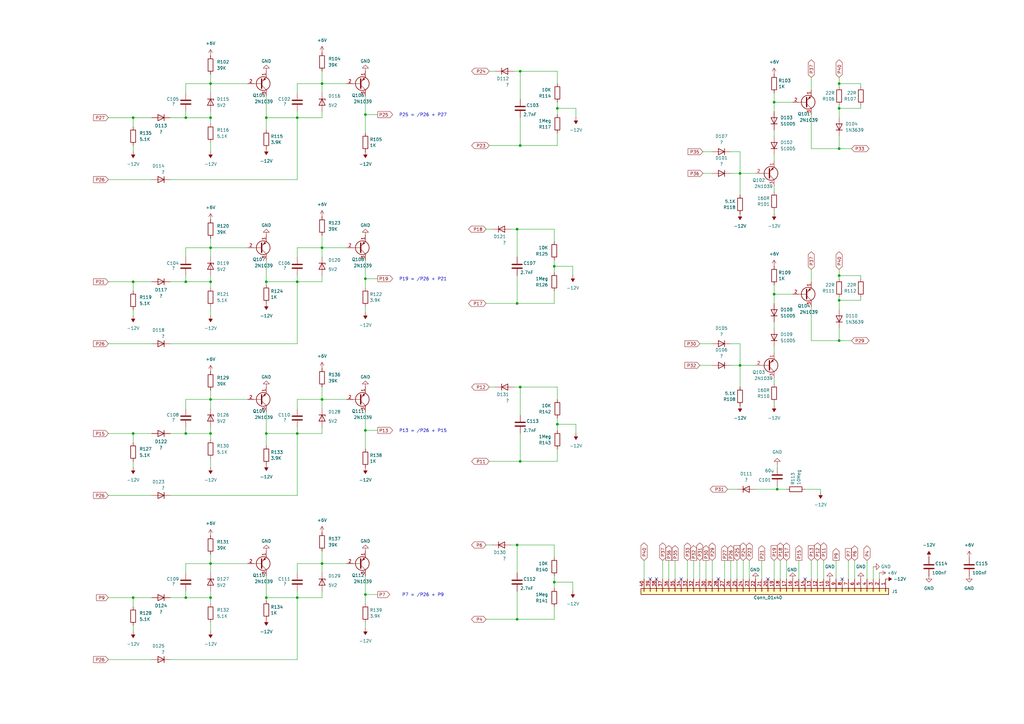
<source format=kicad_sch>
(kicad_sch (version 20250114) (generator "eeschema") (generator_version "9.0")
  (paper "A3")
  (text "P19 = /P26 + P21" (at 173.482 114.554 0) (effects (font (size 1.27 1.27))))
  (text "P7 = /P26 + P9\n" (at 173.482 244.094 0) (effects (font (size 1.27 1.27))))
  (text "P13 = /P26 + P15" (at 173.482 176.784 0) (effects (font (size 1.27 1.27))))
  (text "P25 = /P26 + P27" (at 173.482 47.244 0) (effects (font (size 1.27 1.27))))
  (junction (at 86.36 231.14))
  (junction (at 109.22 115.57))
  (junction (at 76.2 48.26))
  (junction (at 54.61 115.57))
  (junction (at 212.09 254))
  (junction (at 109.22 48.26))
  (junction (at 212.09 223.52))
  (junction (at 318.77 200.66))
  (junction (at 76.2 115.57))
  (junction (at 227.33 109.22))
  (junction (at 213.36 158.75))
  (junction (at 121.92 48.26))
  (junction (at 303.53 149.86))
  (junction (at 212.09 124.46))
  (junction (at 149.86 243.84))
  (junction (at 303.53 71.12))
  (junction (at 149.86 46.99))
  (junction (at 121.92 245.11))
  (junction (at 228.6 173.99))
  (junction (at 109.22 245.11))
  (junction (at 227.33 238.76))
  (junction (at 344.17 34.29))
  (junction (at 86.36 34.29))
  (junction (at 86.36 48.26))
  (junction (at 132.08 34.29))
  (junction (at 344.17 123.19))
  (junction (at 344.17 139.7))
  (junction (at 149.86 176.53))
  (junction (at 121.92 177.8))
  (junction (at 121.92 115.57))
  (junction (at 76.2 177.8))
  (junction (at 317.5 41.91))
  (junction (at 344.17 60.96))
  (junction (at 54.61 177.8))
  (junction (at 213.36 29.21))
  (junction (at 317.5 120.65))
  (junction (at 86.36 115.57))
  (junction (at 213.36 59.69))
  (junction (at 86.36 163.83))
  (junction (at 228.6 44.45))
  (junction (at 149.86 114.3))
  (junction (at 132.08 101.6))
  (junction (at 132.08 231.14))
  (junction (at 86.36 245.11))
  (junction (at 213.36 189.23))
  (junction (at 76.2 245.11))
  (junction (at 86.36 101.6))
  (junction (at 344.17 113.03))
  (junction (at 344.17 44.45))
  (junction (at 86.36 177.8))
  (junction (at 132.08 163.83))
  (junction (at 212.09 93.98))
  (junction (at 109.22 177.8))
  (junction (at 54.61 48.26))
  (junction (at 54.61 245.11))
  (no_connect (at 330.2 237.49))
  (no_connect (at 314.96 237.49))
  (no_connect (at 269.24 237.49))
  (no_connect (at 294.64 237.49))
  (no_connect (at 266.7 237.49))
  (no_connect (at 345.44 237.49))
  (no_connect (at 279.4 237.49))
  (wire (pts (xy 236.22 177.8) (xy 236.22 173.99)))
  (wire (pts (xy 86.36 177.8) (xy 86.36 180.34)))
  (wire (pts (xy 69.85 270.51) (xy 121.92 270.51)))
  (wire (pts (xy 149.86 236.22) (xy 149.86 243.84)))
  (wire (pts (xy 303.53 149.86) (xy 303.53 140.97)))
  (wire (pts (xy 317.5 87.63) (xy 317.5 86.36)))
  (wire (pts (xy 317.5 166.37) (xy 317.5 165.1)))
  (wire (pts (xy 121.92 48.26) (xy 132.08 48.26)))
  (wire (pts (xy 210.82 158.75) (xy 213.36 158.75)))
  (wire (pts (xy 69.85 73.66) (xy 121.92 73.66)))
  (wire (pts (xy 121.92 115.57) (xy 132.08 115.57)))
  (wire (pts (xy 234.95 242.57) (xy 234.95 238.76)))
  (wire (pts (xy 121.92 245.11) (xy 132.08 245.11)))
  (wire (pts (xy 54.61 115.57) (xy 54.61 119.38)))
  (wire (pts (xy 149.86 114.3) (xy 154.94 114.3)))
  (wire (pts (xy 227.33 228.6) (xy 227.33 223.52)))
  (wire (pts (xy 86.36 58.42) (xy 86.36 62.23)))
  (wire (pts (xy 86.36 125.73) (xy 86.36 129.54)))
  (wire (pts (xy 76.2 234.95) (xy 76.2 231.14)))
  (wire (pts (xy 309.88 200.66) (xy 318.77 200.66)))
  (wire (pts (xy 121.92 45.72) (xy 121.92 48.26)))
  (wire (pts (xy 303.53 158.75) (xy 303.53 149.86)))
  (wire (pts (xy 228.6 158.75) (xy 213.36 158.75)))
  (wire (pts (xy 200.66 189.23) (xy 213.36 189.23)))
  (wire (pts (xy 212.09 223.52) (xy 212.09 234.95)))
  (wire (pts (xy 344.17 48.26) (xy 344.17 44.45)))
  (wire (pts (xy 332.74 229.87) (xy 332.74 237.49)))
  (wire (pts (xy 44.45 270.51) (xy 62.23 270.51)))
  (wire (pts (xy 132.08 158.75) (xy 132.08 163.83)))
  (wire (pts (xy 234.95 113.03) (xy 234.95 109.22)))
  (wire (pts (xy 297.18 229.87) (xy 297.18 237.49)))
  (wire (pts (xy 344.17 34.29) (xy 344.17 35.56)))
  (wire (pts (xy 86.36 30.48) (xy 86.36 34.29)))
  (wire (pts (xy 317.5 38.1) (xy 317.5 41.91)))
  (wire (pts (xy 86.36 113.03) (xy 86.36 115.57)))
  (wire (pts (xy 227.33 223.52) (xy 212.09 223.52)))
  (wire (pts (xy 86.36 97.79) (xy 86.36 101.6)))
  (wire (pts (xy 200.66 59.69) (xy 213.36 59.69)))
  (wire (pts (xy 227.33 111.76) (xy 227.33 109.22)))
  (wire (pts (xy 344.17 123.19) (xy 353.06 123.19)))
  (wire (pts (xy 228.6 34.29) (xy 228.6 29.21)))
  (wire (pts (xy 318.77 191.77) (xy 318.77 190.5)))
  (wire (pts (xy 353.06 123.19) (xy 353.06 121.92)))
  (wire (pts (xy 317.5 53.34) (xy 317.5 55.88)))
  (wire (pts (xy 132.08 34.29) (xy 132.08 38.1)))
  (wire (pts (xy 149.86 106.68) (xy 149.86 114.3)))
  (wire (pts (xy 299.72 71.12) (xy 303.53 71.12)))
  (wire (pts (xy 332.74 46.99) (xy 332.74 60.96)))
  (wire (pts (xy 86.36 160.02) (xy 86.36 163.83)))
  (wire (pts (xy 86.36 163.83) (xy 86.36 167.64)))
  (wire (pts (xy 228.6 189.23) (xy 213.36 189.23)))
  (wire (pts (xy 69.85 48.26) (xy 76.2 48.26)))
  (wire (pts (xy 121.92 231.14) (xy 132.08 231.14)))
  (wire (pts (xy 287.02 140.97) (xy 292.1 140.97)))
  (wire (pts (xy 274.32 229.87) (xy 274.32 237.49)))
  (wire (pts (xy 149.86 39.37) (xy 149.86 46.99)))
  (wire (pts (xy 109.22 245.11) (xy 109.22 236.22)))
  (wire (pts (xy 337.82 229.87) (xy 337.82 237.49)))
  (wire (pts (xy 330.2 200.66) (xy 336.55 200.66)))
  (wire (pts (xy 76.2 167.64) (xy 76.2 163.83)))
  (wire (pts (xy 227.33 109.22) (xy 227.33 106.68)))
  (wire (pts (xy 76.2 163.83) (xy 86.36 163.83)))
  (wire (pts (xy 132.08 101.6) (xy 132.08 105.41)))
  (wire (pts (xy 121.92 113.03) (xy 121.92 115.57)))
  (wire (pts (xy 132.08 29.21) (xy 132.08 34.29)))
  (wire (pts (xy 213.36 29.21) (xy 213.36 40.64)))
  (wire (pts (xy 353.06 114.3) (xy 353.06 113.03)))
  (wire (pts (xy 121.92 177.8) (xy 132.08 177.8)))
  (wire (pts (xy 76.2 242.57) (xy 76.2 245.11)))
  (wire (pts (xy 109.22 177.8) (xy 121.92 177.8)))
  (wire (pts (xy 76.2 34.29) (xy 86.36 34.29)))
  (wire (pts (xy 228.6 29.21) (xy 213.36 29.21)))
  (wire (pts (xy 86.36 34.29) (xy 86.36 38.1)))
  (wire (pts (xy 101.6 101.6) (xy 86.36 101.6)))
  (wire (pts (xy 212.09 113.03) (xy 212.09 124.46)))
  (wire (pts (xy 132.08 163.83) (xy 142.24 163.83)))
  (wire (pts (xy 228.6 59.69) (xy 213.36 59.69)))
  (wire (pts (xy 227.33 124.46) (xy 212.09 124.46)))
  (wire (pts (xy 317.5 63.5) (xy 317.5 66.04)))
  (wire (pts (xy 54.61 48.26) (xy 62.23 48.26)))
  (wire (pts (xy 289.56 229.87) (xy 289.56 237.49)))
  (wire (pts (xy 298.45 200.66) (xy 302.26 200.66)))
  (wire (pts (xy 299.72 229.87) (xy 299.72 237.49)))
  (wire (pts (xy 44.45 48.26) (xy 54.61 48.26)))
  (wire (pts (xy 344.17 139.7) (xy 332.74 139.7)))
  (wire (pts (xy 312.42 229.87) (xy 312.42 237.49)))
  (wire (pts (xy 86.36 175.26) (xy 86.36 177.8)))
  (wire (pts (xy 303.53 80.01) (xy 303.53 71.12)))
  (wire (pts (xy 149.86 176.53) (xy 154.94 176.53)))
  (wire (pts (xy 69.85 245.11) (xy 76.2 245.11)))
  (wire (pts (xy 303.53 71.12) (xy 309.88 71.12)))
  (wire (pts (xy 76.2 115.57) (xy 86.36 115.57)))
  (wire (pts (xy 76.2 48.26) (xy 86.36 48.26)))
  (wire (pts (xy 336.55 200.66) (xy 336.55 201.93)))
  (wire (pts (xy 353.06 35.56) (xy 353.06 34.29)))
  (wire (pts (xy 121.92 34.29) (xy 121.92 38.1)))
  (wire (pts (xy 353.06 44.45) (xy 353.06 43.18)))
  (wire (pts (xy 54.61 245.11) (xy 62.23 245.11)))
  (wire (pts (xy 121.92 115.57) (xy 121.92 140.97)))
  (wire (pts (xy 54.61 62.23) (xy 54.61 59.69)))
  (wire (pts (xy 149.86 257.81) (xy 149.86 255.27)))
  (wire (pts (xy 353.06 113.03) (xy 344.17 113.03)))
  (wire (pts (xy 132.08 242.57) (xy 132.08 245.11)))
  (wire (pts (xy 101.6 231.14) (xy 86.36 231.14)))
  (wire (pts (xy 76.2 177.8) (xy 86.36 177.8)))
  (wire (pts (xy 342.9 229.87) (xy 342.9 237.49)))
  (wire (pts (xy 287.02 229.87) (xy 287.02 237.49)))
  (wire (pts (xy 236.22 173.99) (xy 228.6 173.99)))
  (wire (pts (xy 227.33 254) (xy 212.09 254)))
  (wire (pts (xy 121.92 34.29) (xy 132.08 34.29)))
  (wire (pts (xy 86.36 245.11) (xy 86.36 247.65)))
  (wire (pts (xy 54.61 191.77) (xy 54.61 189.23)))
  (wire (pts (xy 54.61 245.11) (xy 54.61 248.92)))
  (wire (pts (xy 149.86 247.65) (xy 149.86 243.84)))
  (wire (pts (xy 76.2 45.72) (xy 76.2 48.26)))
  (wire (pts (xy 234.95 109.22) (xy 227.33 109.22)))
  (wire (pts (xy 199.39 93.98) (xy 201.93 93.98)))
  (wire (pts (xy 213.36 177.8) (xy 213.36 189.23)))
  (wire (pts (xy 149.86 118.11) (xy 149.86 114.3)))
  (wire (pts (xy 344.17 43.18) (xy 344.17 44.45)))
  (wire (pts (xy 149.86 128.27) (xy 149.86 125.73)))
  (wire (pts (xy 149.86 168.91) (xy 149.86 176.53)))
  (wire (pts (xy 86.36 231.14) (xy 86.36 234.95)))
  (wire (pts (xy 303.53 149.86) (xy 309.88 149.86)))
  (wire (pts (xy 109.22 115.57) (xy 121.92 115.57)))
  (wire (pts (xy 101.6 34.29) (xy 86.36 34.29)))
  (wire (pts (xy 299.72 62.23) (xy 303.53 62.23)))
  (wire (pts (xy 121.92 245.11) (xy 121.92 270.51)))
  (wire (pts (xy 69.85 115.57) (xy 76.2 115.57)))
  (wire (pts (xy 86.36 101.6) (xy 86.36 105.41)))
  (wire (pts (xy 212.09 93.98) (xy 212.09 105.41)))
  (wire (pts (xy 228.6 46.99) (xy 228.6 44.45)))
  (wire (pts (xy 149.86 46.99) (xy 154.94 46.99)))
  (wire (pts (xy 304.8 229.87) (xy 304.8 237.49)))
  (wire (pts (xy 109.22 177.8) (xy 109.22 168.91)))
  (wire (pts (xy 307.34 229.87) (xy 307.34 237.49)))
  (wire (pts (xy 281.94 229.87) (xy 281.94 237.49)))
  (wire (pts (xy 101.6 163.83) (xy 86.36 163.83)))
  (wire (pts (xy 109.22 48.26) (xy 109.22 53.34)))
  (wire (pts (xy 353.06 34.29) (xy 344.17 34.29)))
  (wire (pts (xy 199.39 254) (xy 212.09 254)))
  (wire (pts (xy 86.36 227.33) (xy 86.36 231.14)))
  (wire (pts (xy 288.29 62.23) (xy 292.1 62.23)))
  (wire (pts (xy 149.86 243.84) (xy 154.94 243.84)))
  (wire (pts (xy 322.58 229.87) (xy 322.58 237.49)))
  (wire (pts (xy 332.74 110.49) (xy 332.74 115.57)))
  (wire (pts (xy 44.45 115.57) (xy 54.61 115.57)))
  (wire (pts (xy 227.33 99.06) (xy 227.33 93.98)))
  (wire (pts (xy 76.2 101.6) (xy 86.36 101.6)))
  (wire (pts (xy 121.92 163.83) (xy 132.08 163.83)))
  (wire (pts (xy 44.45 203.2) (xy 62.23 203.2)))
  (wire (pts (xy 227.33 119.38) (xy 227.33 124.46)))
  (wire (pts (xy 210.82 29.21) (xy 213.36 29.21)))
  (wire (pts (xy 76.2 231.14) (xy 86.36 231.14)))
  (wire (pts (xy 317.5 116.84) (xy 317.5 120.65)))
  (wire (pts (xy 86.36 242.57) (xy 86.36 245.11)))
  (wire (pts (xy 109.22 115.57) (xy 109.22 116.84)))
  (wire (pts (xy 69.85 203.2) (xy 121.92 203.2)))
  (wire (pts (xy 212.09 242.57) (xy 212.09 254)))
  (wire (pts (xy 317.5 142.24) (xy 317.5 144.78)))
  (wire (pts (xy 109.22 245.11) (xy 109.22 246.38)))
  (wire (pts (xy 54.61 115.57) (xy 62.23 115.57)))
  (wire (pts (xy 264.16 229.87) (xy 264.16 237.49)))
  (wire (pts (xy 121.92 175.26) (xy 121.92 177.8)))
  (wire (pts (xy 69.85 140.97) (xy 121.92 140.97)))
  (wire (pts (xy 69.85 177.8) (xy 76.2 177.8)))
  (wire (pts (xy 121.92 101.6) (xy 121.92 105.41)))
  (wire (pts (xy 227.33 93.98) (xy 212.09 93.98)))
  (wire (pts (xy 317.5 229.87) (xy 317.5 237.49)))
  (wire (pts (xy 344.17 134.62) (xy 344.17 139.7)))
  (wire (pts (xy 317.5 132.08) (xy 317.5 134.62)))
  (wire (pts (xy 344.17 44.45) (xy 353.06 44.45)))
  (wire (pts (xy 318.77 200.66) (xy 322.58 200.66)))
  (wire (pts (xy 228.6 163.83) (xy 228.6 158.75)))
  (wire (pts (xy 320.04 229.87) (xy 320.04 237.49)))
  (wire (pts (xy 288.29 71.12) (xy 292.1 71.12)))
  (wire (pts (xy 335.28 229.87) (xy 335.28 237.49)))
  (wire (pts (xy 344.17 121.92) (xy 344.17 123.19)))
  (wire (pts (xy 199.39 124.46) (xy 212.09 124.46)))
  (wire (pts (xy 132.08 163.83) (xy 132.08 167.64)))
  (wire (pts (xy 86.36 48.26) (xy 86.36 50.8)))
  (wire (pts (xy 132.08 231.14) (xy 142.24 231.14)))
  (wire (pts (xy 44.45 177.8) (xy 54.61 177.8)))
  (wire (pts (xy 121.92 242.57) (xy 121.92 245.11)))
  (wire (pts (xy 355.6 229.87) (xy 355.6 237.49)))
  (wire (pts (xy 344.17 55.88) (xy 344.17 60.96)))
  (wire (pts (xy 344.17 127) (xy 344.17 123.19)))
  (wire (pts (xy 121.92 231.14) (xy 121.92 234.95)))
  (wire (pts (xy 332.74 125.73) (xy 332.74 139.7)))
  (wire (pts (xy 132.08 45.72) (xy 132.08 48.26)))
  (wire (pts (xy 284.48 229.87) (xy 284.48 237.49)))
  (wire (pts (xy 132.08 101.6) (xy 142.24 101.6)))
  (wire (pts (xy 54.61 129.54) (xy 54.61 127)))
  (wire (pts (xy 109.22 245.11) (xy 121.92 245.11)))
  (wire (pts (xy 299.72 140.97) (xy 303.53 140.97)))
  (wire (pts (xy 227.33 248.92) (xy 227.33 254)))
  (wire (pts (xy 227.33 241.3) (xy 227.33 238.76)))
  (wire (pts (xy 299.72 149.86) (xy 303.53 149.86)))
  (wire (pts (xy 132.08 175.26) (xy 132.08 177.8)))
  (wire (pts (xy 234.95 238.76) (xy 227.33 238.76)))
  (wire (pts (xy 109.22 177.8) (xy 109.22 182.88)))
  (wire (pts (xy 121.92 163.83) (xy 121.92 167.64)))
  (wire (pts (xy 44.45 73.66) (xy 62.23 73.66)))
  (wire (pts (xy 227.33 238.76) (xy 227.33 236.22)))
  (wire (pts (xy 360.68 234.95) (xy 360.68 237.49)))
  (wire (pts (xy 358.14 232.41) (xy 358.14 237.49)))
  (wire (pts (xy 86.36 187.96) (xy 86.36 191.77)))
  (wire (pts (xy 344.17 110.49) (xy 344.17 113.03)))
  (wire (pts (xy 76.2 38.1) (xy 76.2 34.29)))
  (wire (pts (xy 318.77 200.66) (xy 318.77 199.39)))
  (wire (pts (xy 76.2 105.41) (xy 76.2 101.6)))
  (wire (pts (xy 76.2 175.26) (xy 76.2 177.8)))
  (wire (pts (xy 228.6 176.53) (xy 228.6 173.99)))
  (wire (pts (xy 109.22 48.26) (xy 109.22 39.37)))
  (wire (pts (xy 44.45 140.97) (xy 62.23 140.97)))
  (wire (pts (xy 109.22 48.26) (xy 121.92 48.26)))
  (wire (pts (xy 344.17 60.96) (xy 332.74 60.96)))
  (wire (pts (xy 132.08 231.14) (xy 132.08 234.95)))
  (wire (pts (xy 76.2 245.11) (xy 86.36 245.11)))
  (wire (pts (xy 86.36 45.72) (xy 86.36 48.26)))
  (wire (pts (xy 121.92 177.8) (xy 121.92 203.2)))
  (wire (pts (xy 303.53 71.12) (xy 303.53 62.23)))
  (wire (pts (xy 121.92 48.26) (xy 121.92 73.66)))
  (wire (pts (xy 132.08 113.03) (xy 132.08 115.57)))
  (wire (pts (xy 276.86 229.87) (xy 276.86 237.49)))
  (wire (pts (xy 228.6 44.45) (xy 228.6 41.91)))
  (wire (pts (xy 327.66 229.87) (xy 327.66 237.49)))
  (wire (pts (xy 86.36 115.57) (xy 86.36 118.11)))
  (wire (pts (xy 149.86 46.99) (xy 149.86 54.61)))
  (wire (pts (xy 54.61 177.8) (xy 54.61 181.61)))
  (wire (pts (xy 317.5 157.48) (xy 317.5 154.94)))
  (wire (pts (xy 149.86 176.53) (xy 149.86 184.15)))
  (wire (pts (xy 332.74 31.75) (xy 332.74 36.83)))
  (wire (pts (xy 349.25 139.7) (xy 344.17 139.7)))
  (wire (pts (xy 344.17 113.03) (xy 344.17 114.3)))
  (wire (pts (xy 44.45 245.11) (xy 54.61 245.11)))
  (wire (pts (xy 325.12 120.65) (xy 317.5 120.65)))
  (wire (pts (xy 213.36 158.75) (xy 213.36 170.18)))
  (wire (pts (xy 228.6 184.15) (xy 228.6 189.23)))
  (wire (pts (xy 54.61 177.8) (xy 62.23 177.8)))
  (wire (pts (xy 76.2 113.03) (xy 76.2 115.57)))
  (wire (pts (xy 199.39 223.52) (xy 201.93 223.52)))
  (wire (pts (xy 271.78 229.87) (xy 271.78 237.49)))
  (wire (pts (xy 200.66 29.21) (xy 203.2 29.21)))
  (wire (pts (xy 347.98 229.87) (xy 347.98 237.49)))
  (wire (pts (xy 325.12 41.91) (xy 317.5 41.91)))
  (wire (pts (xy 236.22 48.26) (xy 236.22 44.45)))
  (wire (pts (xy 109.22 115.57) (xy 109.22 106.68)))
  (wire (pts (xy 200.66 158.75) (xy 203.2 158.75)))
  (wire (pts (xy 317.5 41.91) (xy 317.5 45.72)))
  (wire (pts (xy 213.36 48.26) (xy 213.36 59.69)))
  (wire (pts (xy 209.55 93.98) (xy 212.09 93.98)))
  (wire (pts (xy 132.08 34.29) (xy 142.24 34.29)))
  (wire (pts (xy 236.22 44.45) (xy 228.6 44.45)))
  (wire (pts (xy 317.5 78.74) (xy 317.5 76.2)))
  (wire (pts (xy 292.1 229.87) (xy 292.1 237.49)))
  (wire (pts (xy 349.25 60.96) (xy 344.17 60.96)))
  (wire (pts (xy 209.55 223.52) (xy 212.09 223.52)))
  (wire (pts (xy 54.61 48.26) (xy 54.61 52.07)))
  (wire (pts (xy 344.17 31.75) (xy 344.17 34.29)))
  (wire (pts (xy 317.5 120.65) (xy 317.5 124.46)))
  (wire (pts (xy 350.52 229.87) (xy 350.52 237.49)))
  (wire (pts (xy 54.61 259.08) (xy 54.61 256.54)))
  (wire (pts (xy 228.6 173.99) (xy 228.6 171.45)))
  (wire (pts (xy 121.92 101.6) (xy 132.08 101.6)))
  (wire (pts (xy 302.26 229.87) (xy 302.26 237.49)))
  (wire (pts (xy 132.08 226.06) (xy 132.08 231.14)))
  (wire (pts (xy 132.08 96.52) (xy 132.08 101.6)))
  (wire (pts (xy 86.36 255.27) (xy 86.36 259.08)))
  (wire (pts (xy 228.6 54.61) (xy 228.6 59.69)))
  (wire (pts (xy 287.02 149.86) (xy 292.1 149.86)))
  (global_label "P7" (shape output) (at 154.94 243.84 0) (property "Intersheetrefs" "${INTERSHEET_REFS}" (effects (hide yes))))
  (global_label "P11" (shape bidirectional) (at 200.66 189.23 180) (property "Intersheetrefs" "${INTERSHEET_REFS}" (effects (hide yes))))
  (global_label "P18" (shape bidirectional) (at 320.04 229.87 90) (property "Intersheetrefs" "${INTERSHEET_REFS}" (effects (hide yes))))
  (global_label "P32" (shape output) (at 284.48 229.87 90) (property "Intersheetrefs" "${INTERSHEET_REFS}" (effects (hide yes))))
  (global_label "P21" (shape input) (at 44.45 115.57 180) (property "Intersheetrefs" "${INTERSHEET_REFS}" (effects (hide yes))))
  (global_label "P13" (shape output) (at 154.94 176.53 0) (property "Intersheetrefs" "${INTERSHEET_REFS}" (effects (hide yes))))
  (global_label "P40" (shape bidirectional) (at 344.17 31.75 90) (property "Intersheetrefs" "${INTERSHEET_REFS}" (effects (hide yes))))
  (global_label "P30" (shape input) (at 287.02 140.97 180) (property "Intersheetrefs" "${INTERSHEET_REFS}" (effects (hide yes))))
  (global_label "P35" (shape output) (at 276.86 229.87 90) (property "Intersheetrefs" "${INTERSHEET_REFS}" (effects (hide yes))))
  (global_label "P26" (shape input) (at 44.45 140.97 180) (property "Intersheetrefs" "${INTERSHEET_REFS}" (effects (hide yes))))
  (global_label "P35" (shape input) (at 288.29 62.23 180) (property "Intersheetrefs" "${INTERSHEET_REFS}" (effects (hide yes))))
  (global_label "P26" (shape output) (at 299.72 229.87 90) (property "Intersheetrefs" "${INTERSHEET_REFS}" (effects (hide yes))))
  (global_label "P4" (shape bidirectional) (at 355.6 229.87 90) (property "Intersheetrefs" "${INTERSHEET_REFS}" (effects (hide yes))))
  (global_label "P17" (shape bidirectional) (at 322.58 229.87 90) (property "Intersheetrefs" "${INTERSHEET_REFS}" (effects (hide yes))))
  (global_label "P9" (shape output) (at 342.9 229.87 90) (property "Intersheetrefs" "${INTERSHEET_REFS}" (effects (hide yes))))
  (global_label "P36" (shape output) (at 274.32 229.87 90) (property "Intersheetrefs" "${INTERSHEET_REFS}" (effects (hide yes))))
  (global_label "P31" (shape bidirectional) (at 287.02 229.87 90) (property "Intersheetrefs" "${INTERSHEET_REFS}" (effects (hide yes))))
  (global_label "P26" (shape input) (at 44.45 73.66 180) (property "Intersheetrefs" "${INTERSHEET_REFS}" (effects (hide yes))))
  (global_label "P27" (shape output) (at 297.18 229.87 90) (property "Intersheetrefs" "${INTERSHEET_REFS}" (effects (hide yes))))
  (global_label "P13" (shape input) (at 332.74 229.87 90) (property "Intersheetrefs" "${INTERSHEET_REFS}" (effects (hide yes))))
  (global_label "P15" (shape input) (at 44.45 177.8 180) (property "Intersheetrefs" "${INTERSHEET_REFS}" (effects (hide yes))))
  (global_label "P15" (shape output) (at 327.66 229.87 90) (property "Intersheetrefs" "${INTERSHEET_REFS}" (effects (hide yes))))
  (global_label "P37" (shape bidirectional) (at 271.78 229.87 90) (property "Intersheetrefs" "${INTERSHEET_REFS}" (effects (hide yes))))
  (global_label "P37" (shape bidirectional) (at 332.74 110.49 90) (property "Intersheetrefs" "${INTERSHEET_REFS}" (effects (hide yes))))
  (global_label "P11" (shape bidirectional) (at 337.82 229.87 90) (property "Intersheetrefs" "${INTERSHEET_REFS}" (effects (hide yes))))
  (global_label "P23" (shape bidirectional) (at 200.66 59.69 180) (property "Intersheetrefs" "${INTERSHEET_REFS}" (effects (hide yes))))
  (global_label "P25" (shape output) (at 154.94 46.99 0) (property "Intersheetrefs" "${INTERSHEET_REFS}" (effects (hide yes))))
  (global_label "P12" (shape bidirectional) (at 200.66 158.75 180) (property "Intersheetrefs" "${INTERSHEET_REFS}" (effects (hide yes))))
  (global_label "P37" (shape bidirectional) (at 332.74 31.75 90) (property "Intersheetrefs" "${INTERSHEET_REFS}" (effects (hide yes))))
  (global_label "P6" (shape bidirectional) (at 199.39 223.52 180) (property "Intersheetrefs" "${INTERSHEET_REFS}" (effects (hide yes))))
  (global_label "P18" (shape bidirectional) (at 199.39 93.98 180) (property "Intersheetrefs" "${INTERSHEET_REFS}" (effects (hide yes))))
  (global_label "P32" (shape input) (at 287.02 149.86 180) (property "Intersheetrefs" "${INTERSHEET_REFS}" (effects (hide yes))))
  (global_label "P26" (shape input) (at 44.45 270.51 180) (property "Intersheetrefs" "${INTERSHEET_REFS}" (effects (hide yes))))
  (global_label "P7" (shape input) (at 347.98 229.87 90) (property "Intersheetrefs" "${INTERSHEET_REFS}" (effects (hide yes))))
  (global_label "P26" (shape input) (at 44.45 203.2 180) (property "Intersheetrefs" "${INTERSHEET_REFS}" (effects (hide yes))))
  (global_label "P40" (shape bidirectional) (at 264.16 229.87 90) (property "Intersheetrefs" "${INTERSHEET_REFS}" (effects (hide yes))))
  (global_label "P33" (shape bidirectional) (at 349.25 60.96 0) (property "Intersheetrefs" "${INTERSHEET_REFS}" (effects (hide yes))))
  (global_label "P29" (shape bidirectional) (at 349.25 139.7 0) (property "Intersheetrefs" "${INTERSHEET_REFS}" (effects (hide yes))))
  (global_label "P19" (shape output) (at 154.94 114.3 0) (property "Intersheetrefs" "${INTERSHEET_REFS}" (effects (hide yes))))
  (global_label "P25" (shape input) (at 302.26 229.87 90) (property "Intersheetrefs" "${INTERSHEET_REFS}" (effects (hide yes))))
  (global_label "P12" (shape bidirectional) (at 335.28 229.87 90) (property "Intersheetrefs" "${INTERSHEET_REFS}" (effects (hide yes))))
  (global_label "P27" (shape input) (at 44.45 48.26 180) (property "Intersheetrefs" "${INTERSHEET_REFS}" (effects (hide yes))))
  (global_label "P24" (shape bidirectional) (at 200.66 29.21 180) (property "Intersheetrefs" "${INTERSHEET_REFS}" (effects (hide yes))))
  (global_label "P23" (shape bidirectional) (at 307.34 229.87 90) (property "Intersheetrefs" "${INTERSHEET_REFS}" (effects (hide yes))))
  (global_label "P33" (shape bidirectional) (at 281.94 229.87 90) (property "Intersheetrefs" "${INTERSHEET_REFS}" (effects (hide yes))))
  (global_label "P17" (shape bidirectional) (at 199.39 124.46 180) (property "Intersheetrefs" "${INTERSHEET_REFS}" (effects (hide yes))))
  (global_label "P4" (shape bidirectional) (at 199.39 254 180) (property "Intersheetrefs" "${INTERSHEET_REFS}" (effects (hide yes))))
  (global_label "P6" (shape bidirectional) (at 350.52 229.87 90) (property "Intersheetrefs" "${INTERSHEET_REFS}" (effects (hide yes))))
  (global_label "P36" (shape input) (at 288.29 71.12 180) (property "Intersheetrefs" "${INTERSHEET_REFS}" (effects (hide yes))))
  (global_label "P29" (shape bidirectional) (at 292.1 229.87 90) (property "Intersheetrefs" "${INTERSHEET_REFS}" (effects (hide yes))))
  (global_label "P19" (shape input) (at 317.5 229.87 90) (property "Intersheetrefs" "${INTERSHEET_REFS}" (effects (hide yes))))
  (global_label "P40" (shape bidirectional) (at 344.17 110.49 90) (property "Intersheetrefs" "${INTERSHEET_REFS}" (effects (hide yes))))
  (global_label "P21" (shape output) (at 312.42 229.87 90) (property "Intersheetrefs" "${INTERSHEET_REFS}" (effects (hide yes))))
  (global_label "P30" (shape output) (at 289.56 229.87 90) (property "Intersheetrefs" "${INTERSHEET_REFS}" (effects (hide yes))))
  (global_label "P24" (shape bidirectional) (at 304.8 229.87 90) (property "Intersheetrefs" "${INTERSHEET_REFS}" (effects (hide yes))))
  (global_label "P31" (shape bidirectional) (at 298.45 200.66 180) (property "Intersheetrefs" "${INTERSHEET_REFS}" (effects (hide yes))))
  (global_label "P9" (shape input) (at 44.45 245.11 180) (property "Intersheetrefs" "${INTERSHEET_REFS}" (effects (hide yes))))
  (symbol (lib_id "Diode:1N4448") (at 344.17 130.81 270) (mirror x) (unit 1)
    (property "Reference" "D110" (at 346.71 129.5399 90) (effects (justify left)))
    (property "Value" "1N3639" (at 346.71 132.0799 90) (effects (justify left)))
    (property "Footprint" "Diode_THT:D_DO-201AD_P15.24mm_Horizontal" (effects (hide yes)))
    (property "Datasheet" "https://assets.nexperia.com/documents/data-sheet/1N4148_1N4448.pdf" (effects (hide yes)))
    (property "Description" "100V 0.15A High-speed standard diode, DO-35" (effects (hide yes)))
    (property "Sim.Device" "D" (effects (hide yes)))
    (property "Sim.Pins" "1=K 2=A" (effects (hide yes)))
  )
  (symbol (lib_id "Device:C") (at 76.2 171.45 0) (unit 1)
    (property "Reference" "C108" (at 70.866 170.18 0))
    (property "Value" "?" (at 71.12 172.212 0))
    (property "Footprint" "Capacitor_THT:C_Rect_L7.0mm_W3.5mm_P5.00mm" (effects (hide yes)))
    (property "Description" "Unpolarized capacitor" (effects (hide yes)))
  )
  (symbol (lib_id "power:-12V") (at 381 228.6 0) (unit 1)
    (property "Reference" "#PWR0150" (effects (hide yes)))
    (property "Value" "-12V" (at 381 223.52 0))
    (property "Description" "Power symbol creates a global label with name \"-12V\"" (effects (hide yes)))
  )
  (symbol (lib_id "power:-12V") (at 86.36 129.54 0) (mirror x) (unit 1)
    (property "Reference" "#PWR0124" (effects (hide yes)))
    (property "Value" "-12V" (at 86.36 134.62 0))
    (property "Description" "Power symbol creates a global label with name \"-12V\"" (effects (hide yes)))
  )
  (symbol (lib_id "power:+6V") (at 397.51 228.6 0) (unit 1)
    (property "Reference" "#PWR0152" (effects (hide yes)))
    (property "Value" "+6V" (at 397.51 223.52 0))
    (property "Description" "Power symbol creates a global label with name \"+6V\"" (effects (hide yes)))
  )
  (symbol (lib_id "Transistor_BJT:Q_PNP_EBC") (at 314.96 71.12 0) (mirror x) (unit 1)
    (property "Reference" "Q102" (at 308.61 73.914 0) (effects (justify left)))
    (property "Value" "2N1039" (at 309.372 76.454 0) (effects (justify left)))
    (property "Footprint" "Package_TO_SOT_THT:TO-5-3" (effects (hide yes)))
    (property "Description" "PNP transistor, emitter/base/collector" (effects (hide yes)))
  )
  (symbol (lib_id "Device:R") (at 132.08 222.25 0) (unit 1)
    (property "Reference" "R137" (at 134.62 220.9799 0) (effects (justify left)))
    (property "Value" "39K" (at 134.62 223.5199 0) (effects (justify left)))
    (property "Footprint" "Resistor_THT:R_Axial_DIN0207_L6.3mm_D2.5mm_P10.16mm_Horizontal" (effects (hide yes)))
    (property "Description" "Resistor" (effects (hide yes)))
  )
  (symbol (lib_id "Device:D_Zener") (at 132.08 171.45 270) (unit 1)
    (property "Reference" "D128" (at 134.62 168.9099 90) (effects (justify left)))
    (property "Value" "5V2" (at 134.62 172.7199 90) (effects (justify left)))
    (property "Footprint" "Diode_THT:D_DO-35_SOD27_P12.70mm_Horizontal" (effects (hide yes)))
    (property "Description" "Zener diode" (effects (hide yes)))
  )
  (symbol (lib_id "Diode:1N4448") (at 205.74 93.98 0) (mirror x) (unit 1)
    (property "Reference" "D121" (at 207.518 97.028 0) (effects (justify right)))
    (property "Value" "?" (at 207.518 99.568 0) (effects (justify right)))
    (property "Footprint" "Diode_THT:D_DO-35_SOD27_P12.70mm_Horizontal" (effects (hide yes)))
    (property "Datasheet" "https://assets.nexperia.com/documents/data-sheet/1N4148_1N4448.pdf" (effects (hide yes)))
    (property "Description" "100V 0.15A High-speed standard diode, DO-35" (effects (hide yes)))
    (property "Sim.Device" "D" (effects (hide yes)))
    (property "Sim.Pins" "1=K 2=A" (effects (hide yes)))
  )
  (symbol (lib_id "power:GND") (at 109.22 158.75 180) (unit 1)
    (property "Reference" "#PWR0137" (effects (hide yes)))
    (property "Value" "GND" (at 109.22 154.6169 0))
    (property "Description" "Power symbol creates a global label with name \"GND\" , ground" (effects (hide yes)))
  )
  (symbol (lib_id "power:-12V") (at 86.36 259.08 0) (mirror x) (unit 1)
    (property "Reference" "#PWR0136" (effects (hide yes)))
    (property "Value" "-12V" (at 86.36 264.16 0))
    (property "Description" "Power symbol creates a global label with name \"-12V\"" (effects (hide yes)))
  )
  (symbol (lib_id "power:-12V") (at 234.95 113.03 0) (mirror x) (unit 1)
    (property "Reference" "#PWR0130" (effects (hide yes)))
    (property "Value" "-12V" (at 234.95 118.11 0))
    (property "Description" "Power symbol creates a global label with name \"-12V\"" (effects (hide yes)))
  )
  (symbol (lib_id "power:-12V") (at 303.53 166.37 0) (mirror x) (unit 1)
    (property "Reference" "#PWR0107" (effects (hide yes)))
    (property "Value" "-12V" (at 303.53 171.45 0))
    (property "Description" "Power symbol creates a global label with name \"-12V\"" (effects (hide yes)))
  )
  (symbol (lib_id "power:GND") (at 149.86 96.52 180) (unit 1)
    (property "Reference" "#PWR0128" (effects (hide yes)))
    (property "Value" "GND" (at 149.86 92.3869 0))
    (property "Description" "Power symbol creates a global label with name \"GND\" , ground" (effects (hide yes)))
  )
  (symbol (lib_id "power:-12V") (at 54.61 191.77 0) (mirror x) (unit 1)
    (property "Reference" "#PWR0131" (effects (hide yes)))
    (property "Value" "-12V" (at 54.61 196.85 0))
    (property "Description" "Power symbol creates a global label with name \"-12V\"" (effects (hide yes)))
  )
  (symbol (lib_id "power:GND") (at 309.88 237.49 180) (unit 1)
    (property "Reference" "#PWR0113" (effects (hide yes)))
    (property "Value" "GND" (at 309.626 233.68 0))
    (property "Description" "Power symbol creates a global label with name \"GND\" , ground" (effects (hide yes)))
  )
  (symbol (lib_id "Device:D_Zener") (at 132.08 109.22 270) (unit 1)
    (property "Reference" "D120" (at 134.62 106.6799 90) (effects (justify left)))
    (property "Value" "5V2" (at 134.62 110.4899 90) (effects (justify left)))
    (property "Footprint" "Diode_THT:D_DO-35_SOD27_P12.70mm_Horizontal" (effects (hide yes)))
    (property "Description" "Zener diode" (effects (hide yes)))
  )
  (symbol (lib_id "Diode:1N4448") (at 207.01 158.75 0) (mirror x) (unit 1)
    (property "Reference" "D131" (at 208.788 161.798 0) (effects (justify right)))
    (property "Value" "?" (at 208.788 164.338 0) (effects (justify right)))
    (property "Footprint" "Diode_THT:D_DO-35_SOD27_P12.70mm_Horizontal" (effects (hide yes)))
    (property "Datasheet" "https://assets.nexperia.com/documents/data-sheet/1N4148_1N4448.pdf" (effects (hide yes)))
    (property "Description" "100V 0.15A High-speed standard diode, DO-35" (effects (hide yes)))
    (property "Sim.Device" "D" (effects (hide yes)))
    (property "Sim.Pins" "1=K 2=A" (effects (hide yes)))
  )
  (symbol (lib_id "power:-12V") (at 234.95 242.57 0) (mirror x) (unit 1)
    (property "Reference" "#PWR0147" (effects (hide yes)))
    (property "Value" "-12V" (at 234.95 247.65 0))
    (property "Description" "Power symbol creates a global label with name \"-12V\"" (effects (hide yes)))
  )
  (symbol (lib_id "power:-12V") (at 86.36 62.23 0) (mirror x) (unit 1)
    (property "Reference" "#PWR0117" (effects (hide yes)))
    (property "Value" "-12V" (at 86.36 67.31 0))
    (property "Description" "Power symbol creates a global label with name \"-12V\"" (effects (hide yes)))
  )
  (symbol (lib_id "Device:R") (at 228.6 38.1 180) (unit 1)
    (property "Reference" "R114" (at 226.06 39.3701 0) (effects (justify left)))
    (property "Value" "10K" (at 226.06 36.8301 0) (effects (justify left)))
    (property "Footprint" "Resistor_THT:R_Axial_DIN0309_L9.0mm_D3.2mm_P12.70mm_Horizontal" (effects (hide yes)))
    (property "Description" "Resistor" (effects (hide yes)))
  )
  (symbol (lib_id "Device:C") (at 213.36 173.99 180) (unit 1)
    (property "Reference" "C113" (at 215.9 172.72 0) (effects (justify right)))
    (property "Value" "2.7nF" (at 214.63 176.53 0) (effects (justify right)))
    (property "Footprint" "Resistor_THT:R_Axial_DIN0414_L11.9mm_D4.5mm_P20.32mm_Horizontal" (effects (hide yes)))
    (property "Description" "Unpolarized capacitor" (effects (hide yes)))
  )
  (symbol (lib_id "Transistor_BJT:Q_PNP_EBC") (at 147.32 101.6 0) (mirror x) (unit 1)
    (property "Reference" "Q108" (at 144.272 106.426 0) (effects (justify left)))
    (property "Value" "2N1039" (at 145.034 108.966 0) (effects (justify left)))
    (property "Footprint" "Package_TO_SOT_THT:TO-5-3" (effects (hide yes)))
    (property "Description" "PNP transistor, emitter/base/collector" (effects (hide yes)))
  )
  (symbol (lib_id "power:-12V") (at 363.22 237.49 270) (unit 1)
    (property "Reference" "#PWR039" (effects (hide yes)))
    (property "Value" "-12V" (at 366.395 237.49 90) (effects (justify left)))
    (property "Description" "Power symbol creates a global label with name \"-12V\"" (effects (hide yes)))
  )
  (symbol (lib_id "Transistor_BJT:Q_PNP_EBC") (at 106.68 101.6 0) (mirror x) (unit 1)
    (property "Reference" "Q107" (at 103.632 106.426 0) (effects (justify left)))
    (property "Value" "2N1039" (at 104.394 108.966 0) (effects (justify left)))
    (property "Footprint" "Package_TO_SOT_THT:TO-5-3" (effects (hide yes)))
    (property "Description" "PNP transistor, emitter/base/collector" (effects (hide yes)))
  )
  (symbol (lib_id "power:GND") (at 149.86 226.06 180) (unit 1)
    (property "Reference" "#PWR0145" (effects (hide yes)))
    (property "Value" "GND" (at 149.86 221.9269 0))
    (property "Description" "Power symbol creates a global label with name \"GND\" , ground" (effects (hide yes)))
  )
  (symbol (lib_id "power:-12V") (at 54.61 62.23 0) (mirror x) (unit 1)
    (property "Reference" "#PWR0116" (effects (hide yes)))
    (property "Value" "-12V" (at 54.61 67.31 0))
    (property "Description" "Power symbol creates a global label with name \"-12V\"" (effects (hide yes)))
  )
  (symbol (lib_id "Device:C") (at 212.09 109.22 180) (unit 1)
    (property "Reference" "C107" (at 214.63 107.95 0) (effects (justify right)))
    (property "Value" "2.7nF" (at 213.36 111.76 0) (effects (justify right)))
    (property "Footprint" "Resistor_THT:R_Axial_DIN0414_L11.9mm_D4.5mm_P20.32mm_Horizontal" (effects (hide yes)))
    (property "Description" "Unpolarized capacitor" (effects (hide yes)))
  )
  (symbol (lib_id "power:GND") (at 109.22 226.06 180) (unit 1)
    (property "Reference" "#PWR0139" (effects (hide yes)))
    (property "Value" "GND" (at 109.22 221.9269 0))
    (property "Description" "Power symbol creates a global label with name \"GND\" , ground" (effects (hide yes)))
  )
  (symbol (lib_id "power:-12V") (at 236.22 177.8 0) (mirror x) (unit 1)
    (property "Reference" "#PWR0148" (effects (hide yes)))
    (property "Value" "-12V" (at 236.22 182.88 0))
    (property "Description" "Power symbol creates a global label with name \"-12V\"" (effects (hide yes)))
  )
  (symbol (lib_id "Transistor_BJT:Q_PNP_EBC") (at 330.2 120.65 0) (mirror x) (unit 1)
    (property "Reference" "Q104" (at 327.152 125.476 0) (effects (justify left)))
    (property "Value" "2N1039" (at 327.914 128.016 0) (effects (justify left)))
    (property "Footprint" "Package_TO_SOT_THT:TO-5-3" (effects (hide yes)))
    (property "Description" "PNP transistor, emitter/base/collector" (effects (hide yes)))
  )
  (symbol (lib_id "Diode:1N4448") (at 66.04 73.66 0) (mirror y) (unit 1)
    (property "Reference" "D114" (at 67.564 68.072 0) (effects (justify left)))
    (property "Value" "?" (at 67.564 70.612 0) (effects (justify left)))
    (property "Footprint" "Diode_THT:D_DO-35_SOD27_P12.70mm_Horizontal" (effects (hide yes)))
    (property "Datasheet" "https://assets.nexperia.com/documents/data-sheet/1N4148_1N4448.pdf" (effects (hide yes)))
    (property "Description" "100V 0.15A High-speed standard diode, DO-35" (effects (hide yes)))
    (property "Sim.Device" "D" (effects (hide yes)))
    (property "Sim.Pins" "1=K 2=A" (effects (hide yes)))
  )
  (symbol (lib_id "Transistor_BJT:Q_PNP_EBC") (at 330.2 41.91 0) (mirror x) (unit 1)
    (property "Reference" "Q101" (at 327.152 46.736 0) (effects (justify left)))
    (property "Value" "2N1039" (at 327.914 49.276 0) (effects (justify left)))
    (property "Footprint" "Package_TO_SOT_THT:TO-5-3" (effects (hide yes)))
    (property "Description" "PNP transistor, emitter/base/collector" (effects (hide yes)))
  )
  (symbol (lib_id "Device:R") (at 227.33 115.57 180) (unit 1)
    (property "Reference" "R126" (at 224.79 116.8401 0) (effects (justify left)))
    (property "Value" "1Meg" (at 224.79 114.3001 0) (effects (justify left)))
    (property "Footprint" "Resistor_THT:R_Axial_DIN0309_L9.0mm_D3.2mm_P12.70mm_Horizontal" (effects (hide yes)))
    (property "Description" "Resistor" (effects (hide yes)))
  )
  (symbol (lib_id "power:+6V") (at 86.36 22.86 0) (unit 1)
    (property "Reference" "#PWR0118" (effects (hide yes)))
    (property "Value" "+6V" (at 86.36 17.78 0))
    (property "Description" "Power symbol creates a global label with name \"+6V\"" (effects (hide yes)))
  )
  (symbol (lib_id "Device:R") (at 86.36 26.67 0) (unit 1)
    (property "Reference" "R102" (at 88.9 25.3999 0) (effects (justify left)))
    (property "Value" "39K" (at 88.9 27.9399 0) (effects (justify left)))
    (property "Footprint" "Resistor_THT:R_Axial_DIN0207_L6.3mm_D2.5mm_P10.16mm_Horizontal" (effects (hide yes)))
    (property "Description" "Resistor" (effects (hide yes)))
  )
  (symbol (lib_id "power:-12V") (at 109.22 124.46 0) (mirror x) (unit 1)
    (property "Reference" "#PWR0129" (effects (hide yes)))
    (property "Value" "-12V" (at 109.22 129.54 0))
    (property "Description" "Power symbol creates a global label with name \"-12V\"" (effects (hide yes)))
  )
  (symbol (lib_id "Device:D_Zener") (at 86.36 41.91 270) (unit 1)
    (property "Reference" "D115" (at 88.9 40.6399 90) (effects (justify left)))
    (property "Value" "5V2" (at 88.9 43.1799 90) (effects (justify left)))
    (property "Footprint" "Diode_THT:D_DO-35_SOD27_P12.70mm_Horizontal" (effects (hide yes)))
    (property "Description" "Zener diode" (effects (hide yes)))
  )
  (symbol (lib_id "power:GND") (at 109.22 29.21 180) (unit 1)
    (property "Reference" "#PWR0104" (effects (hide yes)))
    (property "Value" "GND" (at 109.22 25.0769 0))
    (property "Description" "Power symbol creates a global label with name \"GND\" , ground" (effects (hide yes)))
  )
  (symbol (lib_id "Diode:1N4448") (at 207.01 29.21 0) (mirror x) (unit 1)
    (property "Reference" "D112" (at 208.788 32.258 0) (effects (justify right)))
    (property "Value" "?" (at 208.788 34.798 0) (effects (justify right)))
    (property "Footprint" "Diode_THT:D_DO-35_SOD27_P12.70mm_Horizontal" (effects (hide yes)))
    (property "Datasheet" "https://assets.nexperia.com/documents/data-sheet/1N4148_1N4448.pdf" (effects (hide yes)))
    (property "Description" "100V 0.15A High-speed standard diode, DO-35" (effects (hide yes)))
    (property "Sim.Device" "D" (effects (hide yes)))
    (property "Sim.Pins" "1=K 2=A" (effects (hide yes)))
  )
  (symbol (lib_id "Transistor_BJT:Q_PNP_EBC") (at 106.68 34.29 0) (mirror x) (unit 1)
    (property "Reference" "Q105" (at 103.632 39.116 0) (effects (justify left)))
    (property "Value" "2N1039" (at 104.394 41.656 0) (effects (justify left)))
    (property "Footprint" "Package_TO_SOT_THT:TO-5-3" (effects (hide yes)))
    (property "Description" "PNP transistor, emitter/base/collector" (effects (hide yes)))
  )
  (symbol (lib_id "Device:R") (at 149.86 121.92 0) (unit 1)
    (property "Reference" "R122" (at 151.638 120.7078 0) (effects (justify left)))
    (property "Value" "3.9K" (at 151.638 123.1321 0) (effects (justify left)))
    (property "Footprint" "Resistor_THT:R_Axial_DIN0309_L9.0mm_D3.2mm_P15.24mm_Horizontal" (effects (hide yes)))
    (property "Description" "Resistor" (effects (hide yes)))
  )
  (symbol (lib_id "power:+6V") (at 132.08 151.13 0) (unit 1)
    (property "Reference" "#PWR0141" (effects (hide yes)))
    (property "Value" "+6V" (at 132.08 146.05 0))
    (property "Description" "Power symbol creates a global label with name \"+6V\"" (effects (hide yes)))
  )
  (symbol (lib_id "Device:R") (at 109.22 250.19 0) (unit 1)
    (property "Reference" "R134" (at 110.998 248.9778 0) (effects (justify left)))
    (property "Value" "1K" (at 110.998 251.4021 0) (effects (justify left)))
    (property "Footprint" "Resistor_THT:R_Axial_DIN0309_L9.0mm_D3.2mm_P15.24mm_Horizontal" (effects (hide yes)))
    (property "Description" "Resistor" (effects (hide yes)))
  )
  (symbol (lib_id "Diode:1N4448") (at 295.91 62.23 0) (mirror y) (unit 1)
    (property "Reference" "D107" (at 295.91 55.88 0))
    (property "Value" "?" (at 295.91 58.42 0))
    (property "Footprint" "Diode_THT:D_DO-35_SOD27_P12.70mm_Horizontal" (effects (hide yes)))
    (property "Datasheet" "https://assets.nexperia.com/documents/data-sheet/1N4148_1N4448.pdf" (effects (hide yes)))
    (property "Description" "100V 0.15A High-speed standard diode, DO-35" (effects (hide yes)))
    (property "Sim.Device" "D" (effects (hide yes)))
    (property "Sim.Pins" "1=K 2=A" (effects (hide yes)))
  )
  (symbol (lib_id "power:+6V") (at 360.68 234.95 270) (unit 1)
    (property "Reference" "#PWR01" (effects (hide yes)))
    (property "Value" "+6V" (at 363.855 234.95 90) (effects (justify left)))
    (property "Description" "Power symbol creates a global label with name \"+6V\"" (effects (hide yes)))
  )
  (symbol (lib_id "Diode:1N4448") (at 66.04 140.97 0) (mirror y) (unit 1)
    (property "Reference" "D118" (at 67.564 135.382 0) (effects (justify left)))
    (property "Value" "?" (at 67.564 137.922 0) (effects (justify left)))
    (property "Footprint" "Diode_THT:D_DO-35_SOD27_P12.70mm_Horizontal" (effects (hide yes)))
    (property "Datasheet" "https://assets.nexperia.com/documents/data-sheet/1N4148_1N4448.pdf" (effects (hide yes)))
    (property "Description" "100V 0.15A High-speed standard diode, DO-35" (effects (hide yes)))
    (property "Sim.Device" "D" (effects (hide yes)))
    (property "Sim.Pins" "1=K 2=A" (effects (hide yes)))
  )
  (symbol (lib_id "power:GND") (at 358.14 232.41 90) (unit 1)
    (property "Reference" "#PWR03" (effects (hide yes)))
    (property "Value" "GND" (at 361.315 232.41 90) (effects (justify right)))
    (property "Description" "Power symbol creates a global label with name \"GND\" , ground" (effects (hide yes)))
  )
  (symbol (lib_id "Device:R") (at 317.5 82.55 180) (unit 1)
    (property "Reference" "R101" (at 315.722 83.7622 0) (effects (justify left)))
    (property "Value" "160R" (at 315.722 81.3379 0) (effects (justify left)))
    (property "Footprint" "Resistor_THT:R_Axial_DIN0414_L11.9mm_D4.5mm_P20.32mm_Horizontal" (effects (hide yes)))
    (property "Description" "Resistor" (effects (hide yes)))
  )
  (symbol (lib_id "Device:R") (at 353.06 118.11 180) (unit 1)
    (property "Reference" "R112" (at 351.282 119.3222 0) (effects (justify left)))
    (property "Value" "22R" (at 351.282 116.8979 0) (effects (justify left)))
    (property "Footprint" "Resistor_THT:R_Axial_DIN0309_L9.0mm_D3.2mm_P15.24mm_Horizontal" (effects (hide yes)))
    (property "Description" "Resistor" (effects (hide yes)))
  )
  (symbol (lib_id "Device:D_Zener") (at 86.36 171.45 270) (unit 1)
    (property "Reference" "D126" (at 88.9 170.1799 90) (effects (justify left)))
    (property "Value" "5V2" (at 88.9 172.7199 90) (effects (justify left)))
    (property "Footprint" "Diode_THT:D_DO-35_SOD27_P12.70mm_Horizontal" (effects (hide yes)))
    (property "Description" "Zener diode" (effects (hide yes)))
  )
  (symbol (lib_id "Device:R") (at 54.61 185.42 0) (unit 1)
    (property "Reference" "R127" (at 57.15 184.1499 0) (effects (justify left)))
    (property "Value" "5.1K" (at 57.15 186.6899 0) (effects (justify left)))
    (property "Footprint" "Resistor_THT:R_Axial_DIN0207_L6.3mm_D2.5mm_P10.16mm_Horizontal" (effects (hide yes)))
    (property "Description" "Resistor" (effects (hide yes)))
  )
  (symbol (lib_id "power:+6V") (at 132.08 218.44 0) (unit 1)
    (property "Reference" "#PWR0142" (effects (hide yes)))
    (property "Value" "+6V" (at 132.08 213.36 0))
    (property "Description" "Power symbol creates a global label with name \"+6V\"" (effects (hide yes)))
  )
  (symbol (lib_id "Connector_Generic:Conn_01x40") (at 314.96 242.57 270) (unit 1)
    (property "Reference" "J1" (at 367.03 242.57 90))
    (property "Value" "Conn_01x40" (at 314.96 245.11 90))
    (property "Footprint" "Library:ELCO 40" (effects (hide yes)))
    (property "Description" "Generic connector, single row, 01x40, script generated (kicad-library-utils/schlib/autogen/connector/)" (effects (hide yes)))
  )
  (symbol (lib_id "Device:C") (at 121.92 109.22 0) (unit 1)
    (property "Reference" "C106" (at 116.586 107.95 0))
    (property "Value" "?" (at 116.84 109.982 0))
    (property "Footprint" "Capacitor_THT:C_Rect_L7.0mm_W3.5mm_P5.00mm" (effects (hide yes)))
    (property "Description" "Unpolarized capacitor" (effects (hide yes)))
  )
  (symbol (lib_id "Device:R") (at 303.53 162.56 180) (unit 1)
    (property "Reference" "R108" (at 301.752 163.7722 0) (effects (justify left)))
    (property "Value" "5.1K" (at 301.752 161.3479 0) (effects (justify left)))
    (property "Footprint" "Resistor_THT:R_Axial_DIN0309_L9.0mm_D3.2mm_P15.24mm_Horizontal" (effects (hide yes)))
    (property "Description" "Resistor" (effects (hide yes)))
  )
  (symbol (lib_id "Device:R") (at 86.36 121.92 0) (unit 1)
    (property "Reference" "R121" (at 88.9 120.6499 0) (effects (justify left)))
    (property "Value" "5.1K" (at 88.9 123.1899 0) (effects (justify left)))
    (property "Footprint" "Resistor_THT:R_Axial_DIN0207_L6.3mm_D2.5mm_P10.16mm_Horizontal" (effects (hide yes)))
    (property "Description" "Resistor" (effects (hide yes)))
  )
  (symbol (lib_id "Device:R") (at 86.36 54.61 0) (unit 1)
    (property "Reference" "R116" (at 88.9 53.3399 0) (effects (justify left)))
    (property "Value" "5.1K" (at 88.9 55.8799 0) (effects (justify left)))
    (property "Footprint" "Resistor_THT:R_Axial_DIN0207_L6.3mm_D2.5mm_P10.16mm_Horizontal" (effects (hide yes)))
    (property "Description" "Resistor" (effects (hide yes)))
  )
  (symbol (lib_id "Device:R") (at 54.61 252.73 0) (unit 1)
    (property "Reference" "R128" (at 57.15 251.4599 0) (effects (justify left)))
    (property "Value" "5.1K" (at 57.15 253.9999 0) (effects (justify left)))
    (property "Footprint" "Resistor_THT:R_Axial_DIN0207_L6.3mm_D2.5mm_P10.16mm_Horizontal" (effects (hide yes)))
    (property "Description" "Resistor" (effects (hide yes)))
  )
  (symbol (lib_id "Device:R") (at 132.08 25.4 0) (unit 1)
    (property "Reference" "R104" (at 134.62 24.1299 0) (effects (justify left)))
    (property "Value" "39K" (at 134.62 26.6699 0) (effects (justify left)))
    (property "Footprint" "Resistor_THT:R_Axial_DIN0207_L6.3mm_D2.5mm_P10.16mm_Horizontal" (effects (hide yes)))
    (property "Description" "Resistor" (effects (hide yes)))
  )
  (symbol (lib_id "power:GND") (at 318.77 190.5 180) (unit 1)
    (property "Reference" "#PWR0114" (effects (hide yes)))
    (property "Value" "GND" (at 318.77 185.42 0))
    (property "Description" "Power symbol creates a global label with name \"GND\" , ground" (effects (hide yes)))
  )
  (symbol (lib_id "Diode:1N4448") (at 66.04 245.11 0) (mirror y) (unit 1)
    (property "Reference" "D124" (at 66.04 248.412 0))
    (property "Value" "?" (at 66.04 250.952 0))
    (property "Footprint" "Diode_THT:D_DO-35_SOD27_P12.70mm_Horizontal" (effects (hide yes)))
    (property "Datasheet" "https://assets.nexperia.com/documents/data-sheet/1N4148_1N4448.pdf" (effects (hide yes)))
    (property "Description" "100V 0.15A High-speed standard diode, DO-35" (effects (hide yes)))
    (property "Sim.Device" "D" (effects (hide yes)))
    (property "Sim.Pins" "1=K 2=A" (effects (hide yes)))
  )
  (symbol (lib_id "Device:C") (at 121.92 171.45 0) (unit 1)
    (property "Reference" "C110" (at 116.586 170.18 0))
    (property "Value" "?" (at 116.84 172.212 0))
    (property "Footprint" "Capacitor_THT:C_Rect_L7.0mm_W3.5mm_P5.00mm" (effects (hide yes)))
    (property "Description" "Unpolarized capacitor" (effects (hide yes)))
  )
  (symbol (lib_id "power:-12V") (at 54.61 259.08 0) (mirror x) (unit 1)
    (property "Reference" "#PWR0132" (effects (hide yes)))
    (property "Value" "-12V" (at 54.61 264.16 0))
    (property "Description" "Power symbol creates a global label with name \"-12V\"" (effects (hide yes)))
  )
  (symbol (lib_id "Device:D_Zener") (at 132.08 238.76 270) (unit 1)
    (property "Reference" "D129" (at 134.62 236.2199 90) (effects (justify left)))
    (property "Value" "5V2" (at 134.62 240.0299 90) (effects (justify left)))
    (property "Footprint" "Diode_THT:D_DO-35_SOD27_P12.70mm_Horizontal" (effects (hide yes)))
    (property "Description" "Zener diode" (effects (hide yes)))
  )
  (symbol (lib_id "Device:R") (at 54.61 55.88 0) (unit 1)
    (property "Reference" "R135" (at 57.15 54.6099 0) (effects (justify left)))
    (property "Value" "5.1K" (at 57.15 57.1499 0) (effects (justify left)))
    (property "Footprint" "Resistor_THT:R_Axial_DIN0207_L6.3mm_D2.5mm_P10.16mm_Horizontal" (effects (hide yes)))
    (property "Description" "Resistor" (effects (hide yes)))
  )
  (symbol (lib_id "Device:R") (at 227.33 102.87 180) (unit 1)
    (property "Reference" "R125" (at 224.79 104.1401 0) (effects (justify left)))
    (property "Value" "10K" (at 224.79 101.6001 0) (effects (justify left)))
    (property "Footprint" "Resistor_THT:R_Axial_DIN0309_L9.0mm_D3.2mm_P12.70mm_Horizontal" (effects (hide yes)))
    (property "Description" "Resistor" (effects (hide yes)))
  )
  (symbol (lib_id "Diode:1N4448") (at 306.07 200.66 0) (mirror x) (unit 1)
    (property "Reference" "D111" (at 306.07 194.31 0))
    (property "Value" "?" (at 306.07 196.85 0))
    (property "Footprint" "Diode_THT:D_DO-35_SOD27_P12.70mm_Horizontal" (effects (hide yes)))
    (property "Datasheet" "https://assets.nexperia.com/documents/data-sheet/1N4148_1N4448.pdf" (effects (hide yes)))
    (property "Description" "100V 0.15A High-speed standard diode, DO-35" (effects (hide yes)))
    (property "Sim.Device" "D" (effects (hide yes)))
    (property "Sim.Pins" "1=K 2=A" (effects (hide yes)))
  )
  (symbol (lib_id "power:GND") (at 325.12 237.49 180) (unit 1)
    (property "Reference" "#PWR0112" (effects (hide yes)))
    (property "Value" "GND" (at 324.866 233.68 0))
    (property "Description" "Power symbol creates a global label with name \"GND\" , ground" (effects (hide yes)))
  )
  (symbol (lib_id "Diode:1N4448") (at 66.04 203.2 0) (mirror y) (unit 1)
    (property "Reference" "D123" (at 67.564 197.612 0) (effects (justify left)))
    (property "Value" "?" (at 67.564 200.152 0) (effects (justify left)))
    (property "Footprint" "Diode_THT:D_DO-35_SOD27_P12.70mm_Horizontal" (effects (hide yes)))
    (property "Datasheet" "https://assets.nexperia.com/documents/data-sheet/1N4148_1N4448.pdf" (effects (hide yes)))
    (property "Description" "100V 0.15A High-speed standard diode, DO-35" (effects (hide yes)))
    (property "Sim.Device" "D" (effects (hide yes)))
    (property "Sim.Pins" "1=K 2=A" (effects (hide yes)))
  )
  (symbol (lib_id "Device:R") (at 109.22 186.69 0) (unit 1)
    (property "Reference" "R133" (at 110.998 185.4778 0) (effects (justify left)))
    (property "Value" "3.9K" (at 110.998 187.9021 0) (effects (justify left)))
    (property "Footprint" "Resistor_THT:R_Axial_DIN0309_L9.0mm_D3.2mm_P15.24mm_Horizontal" (effects (hide yes)))
    (property "Description" "Resistor" (effects (hide yes)))
  )
  (symbol (lib_id "Diode:1N4448") (at 317.5 59.69 270) (mirror x) (unit 1)
    (property "Reference" "D102" (at 320.04 58.4199 90) (effects (justify left)))
    (property "Value" "S1005" (at 320.04 60.9599 90) (effects (justify left)))
    (property "Footprint" "Diode_THT:D_DO-35_SOD27_P12.70mm_Horizontal" (effects (hide yes)))
    (property "Datasheet" "https://assets.nexperia.com/documents/data-sheet/1N4148_1N4448.pdf" (effects (hide yes)))
    (property "Description" "100V 0.15A High-speed standard diode, DO-35" (effects (hide yes)))
    (property "Sim.Device" "D" (effects (hide yes)))
    (property "Sim.Pins" "1=K 2=A" (effects (hide yes)))
  )
  (symbol (lib_id "Device:C") (at 381 232.41 180) (unit 1)
    (property "Reference" "C114" (at 383.54 231.14 0) (effects (justify right)))
    (property "Value" "100nF" (at 382.27 234.95 0) (effects (justify right)))
    (property "Footprint" "Resistor_THT:R_Axial_DIN0414_L11.9mm_D4.5mm_P20.32mm_Horizontal" (effects (hide yes)))
    (property "Description" "Unpolarized capacitor" (effects (hide yes)))
  )
  (symbol (lib_id "Diode:1N4448") (at 317.5 138.43 270) (mirror x) (unit 1)
    (property "Reference" "D109" (at 320.04 137.1599 90) (effects (justify left)))
    (property "Value" "S1005" (at 320.04 139.6999 90) (effects (justify left)))
    (property "Footprint" "Diode_THT:D_DO-35_SOD27_P12.70mm_Horizontal" (effects (hide yes)))
    (property "Datasheet" "https://assets.nexperia.com/documents/data-sheet/1N4148_1N4448.pdf" (effects (hide yes)))
    (property "Description" "100V 0.15A High-speed standard diode, DO-35" (effects (hide yes)))
    (property "Sim.Device" "D" (effects (hide yes)))
    (property "Sim.Pins" "1=K 2=A" (effects (hide yes)))
  )
  (symbol (lib_id "Device:R") (at 149.86 187.96 0) (unit 1)
    (property "Reference" "R138" (at 151.638 186.7478 0) (effects (justify left)))
    (property "Value" "1K" (at 151.638 189.1721 0) (effects (justify left)))
    (property "Footprint" "Resistor_THT:R_Axial_DIN0309_L9.0mm_D3.2mm_P15.24mm_Horizontal" (effects (hide yes)))
    (property "Description" "Resistor" (effects (hide yes)))
  )
  (symbol (lib_id "Device:C") (at 121.92 238.76 0) (unit 1)
    (property "Reference" "C111" (at 116.586 237.49 0))
    (property "Value" "?" (at 116.84 239.522 0))
    (property "Footprint" "Capacitor_THT:C_Rect_L7.0mm_W3.5mm_P5.00mm" (effects (hide yes)))
    (property "Description" "Unpolarized capacitor" (effects (hide yes)))
  )
  (symbol (lib_id "power:-12V") (at 317.5 166.37 0) (mirror x) (unit 1)
    (property "Reference" "#PWR0109" (effects (hide yes)))
    (property "Value" "-12V" (at 317.5 171.45 0))
    (property "Description" "Power symbol creates a global label with name \"-12V\"" (effects (hide yes)))
  )
  (symbol (lib_id "Device:D_Zener") (at 86.36 109.22 270) (unit 1)
    (property "Reference" "D119" (at 88.9 107.9499 90) (effects (justify left)))
    (property "Value" "5V2" (at 88.9 110.4899 90) (effects (justify left)))
    (property "Footprint" "Diode_THT:D_DO-35_SOD27_P12.70mm_Horizontal" (effects (hide yes)))
    (property "Description" "Zener diode" (effects (hide yes)))
  )
  (symbol (lib_id "power:-12V") (at 109.22 190.5 0) (mirror x) (unit 1)
    (property "Reference" "#PWR0138" (effects (hide yes)))
    (property "Value" "-12V" (at 109.22 195.58 0))
    (property "Description" "Power symbol creates a global label with name \"-12V\"" (effects (hide yes)))
  )
  (symbol (lib_id "power:-12V") (at 303.53 87.63 0) (mirror x) (unit 1)
    (property "Reference" "#PWR0102" (effects (hide yes)))
    (property "Value" "-12V" (at 303.53 92.71 0))
    (property "Description" "Power symbol creates a global label with name \"-12V\"" (effects (hide yes)))
  )
  (symbol (lib_id "Device:R") (at 228.6 50.8 180) (unit 1)
    (property "Reference" "R117" (at 226.06 52.0701 0) (effects (justify left)))
    (property "Value" "1Meg" (at 226.06 49.5301 0) (effects (justify left)))
    (property "Footprint" "Resistor_THT:R_Axial_DIN0309_L9.0mm_D3.2mm_P12.70mm_Horizontal" (effects (hide yes)))
    (property "Description" "Resistor" (effects (hide yes)))
  )
  (symbol (lib_id "Device:R") (at 228.6 180.34 180) (unit 1)
    (property "Reference" "R143" (at 226.06 181.6101 0) (effects (justify left)))
    (property "Value" "1Meg" (at 226.06 179.0701 0) (effects (justify left)))
    (property "Footprint" "Resistor_THT:R_Axial_DIN0309_L9.0mm_D3.2mm_P12.70mm_Horizontal" (effects (hide yes)))
    (property "Description" "Resistor" (effects (hide yes)))
  )
  (symbol (lib_id "Diode:1N4448") (at 295.91 71.12 0) (mirror y) (unit 1)
    (property "Reference" "D101" (at 295.91 64.77 0))
    (property "Value" "?" (at 295.91 67.31 0))
    (property "Footprint" "Diode_THT:D_DO-35_SOD27_P12.70mm_Horizontal" (effects (hide yes)))
    (property "Datasheet" "https://assets.nexperia.com/documents/data-sheet/1N4148_1N4448.pdf" (effects (hide yes)))
    (property "Description" "100V 0.15A High-speed standard diode, DO-35" (effects (hide yes)))
    (property "Sim.Device" "D" (effects (hide yes)))
    (property "Sim.Pins" "1=K 2=A" (effects (hide yes)))
  )
  (symbol (lib_id "Diode:1N4448") (at 66.04 270.51 0) (mirror y) (unit 1)
    (property "Reference" "D125" (at 67.564 264.922 0) (effects (justify left)))
    (property "Value" "?" (at 67.564 267.462 0) (effects (justify left)))
    (property "Footprint" "Diode_THT:D_DO-35_SOD27_P12.70mm_Horizontal" (effects (hide yes)))
    (property "Datasheet" "https://assets.nexperia.com/documents/data-sheet/1N4148_1N4448.pdf" (effects (hide yes)))
    (property "Description" "100V 0.15A High-speed standard diode, DO-35" (effects (hide yes)))
    (property "Sim.Device" "D" (effects (hide yes)))
    (property "Sim.Pins" "1=K 2=A" (effects (hide yes)))
  )
  (symbol (lib_id "Device:R") (at 303.53 83.82 180) (unit 1)
    (property "Reference" "R118" (at 301.752 85.0322 0) (effects (justify left)))
    (property "Value" "5.1K" (at 301.752 82.6079 0) (effects (justify left)))
    (property "Footprint" "Resistor_THT:R_Axial_DIN0309_L9.0mm_D3.2mm_P15.24mm_Horizontal" (effects (hide yes)))
    (property "Description" "Resistor" (effects (hide yes)))
  )
  (symbol (lib_id "Device:C") (at 213.36 44.45 180) (unit 1)
    (property "Reference" "C103" (at 215.9 43.18 0) (effects (justify right)))
    (property "Value" "2.7nF" (at 214.63 46.99 0) (effects (justify right)))
    (property "Footprint" "Resistor_THT:R_Axial_DIN0414_L11.9mm_D4.5mm_P20.32mm_Horizontal" (effects (hide yes)))
    (property "Description" "Unpolarized capacitor" (effects (hide yes)))
  )
  (symbol (lib_id "Transistor_BJT:Q_PNP_EBC") (at 147.32 163.83 0) (mirror x) (unit 1)
    (property "Reference" "Q111" (at 144.272 168.656 0) (effects (justify left)))
    (property "Value" "2N1039" (at 145.034 171.196 0) (effects (justify left)))
    (property "Footprint" "Package_TO_SOT_THT:TO-5-3" (effects (hide yes)))
    (property "Description" "PNP transistor, emitter/base/collector" (effects (hide yes)))
  )
  (symbol (lib_id "Device:C") (at 121.92 41.91 0) (unit 1)
    (property "Reference" "C102" (at 116.586 40.64 0))
    (property "Value" "?" (at 116.84 42.672 0))
    (property "Footprint" "Capacitor_THT:C_Rect_L7.0mm_W3.5mm_P5.00mm" (effects (hide yes)))
    (property "Description" "Unpolarized capacitor" (effects (hide yes)))
  )
  (symbol (lib_id "power:GND") (at 149.86 158.75 180) (unit 1)
    (property "Reference" "#PWR0143" (effects (hide yes)))
    (property "Value" "GND" (at 149.86 154.6169 0))
    (property "Description" "Power symbol creates a global label with name \"GND\" , ground" (effects (hide yes)))
  )
  (symbol (lib_id "Diode:1N4448") (at 295.91 140.97 0) (mirror y) (unit 1)
    (property "Reference" "D105" (at 295.91 134.62 0))
    (property "Value" "?" (at 295.91 137.16 0))
    (property "Footprint" "Diode_THT:D_DO-35_SOD27_P12.70mm_Horizontal" (effects (hide yes)))
    (property "Datasheet" "https://assets.nexperia.com/documents/data-sheet/1N4148_1N4448.pdf" (effects (hide yes)))
    (property "Description" "100V 0.15A High-speed standard diode, DO-35" (effects (hide yes)))
    (property "Sim.Device" "D" (effects (hide yes)))
    (property "Sim.Pins" "1=K 2=A" (effects (hide yes)))
  )
  (symbol (lib_id "Device:R") (at 344.17 118.11 180) (unit 1)
    (property "Reference" "R111" (at 342.392 119.3222 0) (effects (justify left)))
    (property "Value" "22R" (at 342.392 116.8979 0) (effects (justify left)))
    (property "Footprint" "Resistor_THT:R_Axial_DIN0309_L9.0mm_D3.2mm_P15.24mm_Horizontal" (effects (hide yes)))
    (property "Description" "Resistor" (effects (hide yes)))
  )
  (symbol (lib_id "Device:R") (at 86.36 223.52 0) (unit 1)
    (property "Reference" "R131" (at 88.9 222.2499 0) (effects (justify left)))
    (property "Value" "39K" (at 88.9 224.7899 0) (effects (justify left)))
    (property "Footprint" "Resistor_THT:R_Axial_DIN0207_L6.3mm_D2.5mm_P10.16mm_Horizontal" (effects (hide yes)))
    (property "Description" "Resistor" (effects (hide yes)))
  )
  (symbol (lib_id "Device:R") (at 317.5 161.29 180) (unit 1)
    (property "Reference" "R110" (at 315.722 162.5022 0) (effects (justify left)))
    (property "Value" "160R" (at 315.722 160.0779 0) (effects (justify left)))
    (property "Footprint" "Resistor_THT:R_Axial_DIN0414_L11.9mm_D4.5mm_P20.32mm_Horizontal" (effects (hide yes)))
    (property "Description" "Resistor" (effects (hide yes)))
  )
  (symbol (lib_id "Device:C") (at 76.2 238.76 0) (unit 1)
    (property "Reference" "C109" (at 70.866 237.49 0))
    (property "Value" "?" (at 71.12 239.522 0))
    (property "Footprint" "Capacitor_THT:C_Rect_L7.0mm_W3.5mm_P5.00mm" (effects (hide yes)))
    (property "Description" "Unpolarized capacitor" (effects (hide yes)))
  )
  (symbol (lib_id "power:GND") (at 353.06 237.49 180) (unit 1)
    (property "Reference" "#PWR0110" (effects (hide yes)))
    (property "Value" "GND" (at 353.06 232.41 0))
    (property "Description" "Power symbol creates a global label with name \"GND\" , ground" (effects (hide yes)))
  )
  (symbol (lib_id "power:-12V") (at 317.5 87.63 0) (mirror x) (unit 1)
    (property "Reference" "#PWR0101" (effects (hide yes)))
    (property "Value" "-12V" (at 317.5 92.71 0))
    (property "Description" "Power symbol creates a global label with name \"-12V\"" (effects (hide yes)))
  )
  (symbol (lib_id "Device:R") (at 54.61 123.19 0) (unit 1)
    (property "Reference" "R119" (at 57.15 121.9199 0) (effects (justify left)))
    (property "Value" "5.1K" (at 57.15 124.4599 0) (effects (justify left)))
    (property "Footprint" "Resistor_THT:R_Axial_DIN0207_L6.3mm_D2.5mm_P10.16mm_Horizontal" (effects (hide yes)))
    (property "Description" "Resistor" (effects (hide yes)))
  )
  (symbol (lib_id "Device:R") (at 353.06 39.37 180) (unit 1)
    (property "Reference" "R107" (at 351.282 40.5822 0) (effects (justify left)))
    (property "Value" "22R" (at 351.282 38.1579 0) (effects (justify left)))
    (property "Footprint" "Resistor_THT:R_Axial_DIN0309_L9.0mm_D3.2mm_P15.24mm_Horizontal" (effects (hide yes)))
    (property "Description" "Resistor" (effects (hide yes)))
  )
  (symbol (lib_id "Device:R") (at 149.86 58.42 0) (unit 1)
    (property "Reference" "R105" (at 151.638 57.2078 0) (effects (justify left)))
    (property "Value" "1K" (at 151.638 59.6321 0) (effects (justify left)))
    (property "Footprint" "Resistor_THT:R_Axial_DIN0309_L9.0mm_D3.2mm_P15.24mm_Horizontal" (effects (hide yes)))
    (property "Description" "Resistor" (effects (hide yes)))
  )
  (symbol (lib_id "Device:R") (at 227.33 245.11 180) (unit 1)
    (property "Reference" "R141" (at 224.79 246.3801 0) (effects (justify left)))
    (property "Value" "1Meg" (at 224.79 243.8401 0) (effects (justify left)))
    (property "Footprint" "Resistor_THT:R_Axial_DIN0309_L9.0mm_D3.2mm_P12.70mm_Horizontal" (effects (hide yes)))
    (property "Description" "Resistor" (effects (hide yes)))
  )
  (symbol (lib_id "power:-12V") (at 86.36 191.77 0) (mirror x) (unit 1)
    (property "Reference" "#PWR0134" (effects (hide yes)))
    (property "Value" "-12V" (at 86.36 196.85 0))
    (property "Description" "Power symbol creates a global label with name \"-12V\"" (effects (hide yes)))
  )
  (symbol (lib_id "power:GND") (at 149.86 29.21 180) (unit 1)
    (property "Reference" "#PWR0105" (effects (hide yes)))
    (property "Value" "GND" (at 149.86 25.0769 0))
    (property "Description" "Power symbol creates a global label with name \"GND\" , ground" (effects (hide yes)))
  )
  (symbol (lib_id "power:+6V") (at 132.08 88.9 0) (unit 1)
    (property "Reference" "#PWR0127" (effects (hide yes)))
    (property "Value" "+6V" (at 132.08 83.82 0))
    (property "Description" "Power symbol creates a global label with name \"+6V\"" (effects (hide yes)))
  )
  (symbol (lib_id "Device:C") (at 318.77 195.58 0) (unit 1)
    (property "Reference" "C101" (at 316.23 196.85 0) (effects (justify right)))
    (property "Value" "60u" (at 317.5 193.04 0) (effects (justify right)))
    (property "Footprint" "Capacitor_THT:C_Axial_L5.1mm_D3.1mm_P15.00mm_Horizontal" (effects (hide yes)))
    (property "Description" "Unpolarized capacitor" (effects (hide yes)))
  )
  (symbol (lib_id "power:+6V") (at 317.5 30.48 0) (unit 1)
    (property "Reference" "#PWR0106" (effects (hide yes)))
    (property "Value" "+6V" (at 317.5 25.4 0))
    (property "Description" "Power symbol creates a global label with name \"+6V\"" (effects (hide yes)))
  )
  (symbol (lib_id "Diode:1N4448") (at 344.17 52.07 270) (mirror x) (unit 1)
    (property "Reference" "D104" (at 346.71 50.7999 90) (effects (justify left)))
    (property "Value" "1N3639" (at 346.71 53.3399 90) (effects (justify left)))
    (property "Footprint" "Diode_THT:D_DO-201AD_P15.24mm_Horizontal" (effects (hide yes)))
    (property "Datasheet" "https://assets.nexperia.com/documents/data-sheet/1N4148_1N4448.pdf" (effects (hide yes)))
    (property "Description" "100V 0.15A High-speed standard diode, DO-35" (effects (hide yes)))
    (property "Sim.Device" "D" (effects (hide yes)))
    (property "Sim.Pins" "1=K 2=A" (effects (hide yes)))
  )
  (symbol (lib_id "Device:R") (at 86.36 251.46 0) (unit 1)
    (property "Reference" "R132" (at 88.9 250.1899 0) (effects (justify left)))
    (property "Value" "5.1K" (at 88.9 252.7299 0) (effects (justify left)))
    (property "Footprint" "Resistor_THT:R_Axial_DIN0207_L6.3mm_D2.5mm_P10.16mm_Horizontal" (effects (hide yes)))
    (property "Description" "Resistor" (effects (hide yes)))
  )
  (symbol (lib_id "Device:R") (at 86.36 184.15 0) (unit 1)
    (property "Reference" "R130" (at 88.9 182.8799 0) (effects (justify left)))
    (property "Value" "5.1K" (at 88.9 185.4199 0) (effects (justify left)))
    (property "Footprint" "Resistor_THT:R_Axial_DIN0207_L6.3mm_D2.5mm_P10.16mm_Horizontal" (effects (hide yes)))
    (property "Description" "Resistor" (effects (hide yes)))
  )
  (symbol (lib_id "power:-12V") (at 54.61 129.54 0) (mirror x) (unit 1)
    (property "Reference" "#PWR0122" (effects (hide yes)))
    (property "Value" "-12V" (at 54.61 134.62 0))
    (property "Description" "Power symbol creates a global label with name \"-12V\"" (effects (hide yes)))
  )
  (symbol (lib_id "power:-12V") (at 149.86 128.27 0) (mirror x) (unit 1)
    (property "Reference" "#PWR0126" (effects (hide yes)))
    (property "Value" "-12V" (at 149.86 133.35 0))
    (property "Description" "Power symbol creates a global label with name \"-12V\"" (effects (hide yes)))
  )
  (symbol (lib_id "power:+6V") (at 86.36 152.4 0) (unit 1)
    (property "Reference" "#PWR0133" (effects (hide yes)))
    (property "Value" "+6V" (at 86.36 147.32 0))
    (property "Description" "Power symbol creates a global label with name \"+6V\"" (effects (hide yes)))
  )
  (symbol (lib_id "Transistor_BJT:Q_PNP_EBC") (at 314.96 149.86 0) (mirror x) (unit 1)
    (property "Reference" "Q103" (at 308.61 152.654 0) (effects (justify left)))
    (property "Value" "2N1039" (at 309.372 155.194 0) (effects (justify left)))
    (property "Footprint" "Package_TO_SOT_THT:TO-5-3" (effects (hide yes)))
    (property "Description" "PNP transistor, emitter/base/collector" (effects (hide yes)))
  )
  (symbol (lib_id "Device:R") (at 132.08 154.94 0) (unit 1)
    (property "Reference" "R136" (at 134.62 153.6699 0) (effects (justify left)))
    (property "Value" "39K" (at 134.62 156.2099 0) (effects (justify left)))
    (property "Footprint" "Resistor_THT:R_Axial_DIN0207_L6.3mm_D2.5mm_P10.16mm_Horizontal" (effects (hide yes)))
    (property "Description" "Resistor" (effects (hide yes)))
  )
  (symbol (lib_id "Transistor_BJT:Q_PNP_EBC") (at 106.68 231.14 0) (mirror x) (unit 1)
    (property "Reference" "Q110" (at 103.632 235.966 0) (effects (justify left)))
    (property "Value" "2N1039" (at 104.394 238.506 0) (effects (justify left)))
    (property "Footprint" "Package_TO_SOT_THT:TO-5-3" (effects (hide yes)))
    (property "Description" "PNP transistor, emitter/base/collector" (effects (hide yes)))
  )
  (symbol (lib_id "Device:C") (at 212.09 238.76 180) (unit 1)
    (property "Reference" "C112" (at 214.63 237.49 0) (effects (justify right)))
    (property "Value" "2.7nF" (at 213.36 241.3 0) (effects (justify right)))
    (property "Footprint" "Resistor_THT:R_Axial_DIN0414_L11.9mm_D4.5mm_P20.32mm_Horizontal" (effects (hide yes)))
    (property "Description" "Unpolarized capacitor" (effects (hide yes)))
  )
  (symbol (lib_id "Device:R") (at 228.6 167.64 180) (unit 1)
    (property "Reference" "R142" (at 226.06 168.9101 0) (effects (justify left)))
    (property "Value" "10K" (at 226.06 166.3701 0) (effects (justify left)))
    (property "Footprint" "Resistor_THT:R_Axial_DIN0309_L9.0mm_D3.2mm_P12.70mm_Horizontal" (effects (hide yes)))
    (property "Description" "Resistor" (effects (hide yes)))
  )
  (symbol (lib_id "Diode:1N4448") (at 66.04 48.26 0) (mirror y) (unit 1)
    (property "Reference" "D113" (at 66.04 51.562 0))
    (property "Value" "?" (at 66.04 54.102 0))
    (property "Footprint" "Diode_THT:D_DO-35_SOD27_P12.70mm_Horizontal" (effects (hide yes)))
    (property "Datasheet" "https://assets.nexperia.com/documents/data-sheet/1N4148_1N4448.pdf" (effects (hide yes)))
    (property "Description" "100V 0.15A High-speed standard diode, DO-35" (effects (hide yes)))
    (property "Sim.Device" "D" (effects (hide yes)))
    (property "Sim.Pins" "1=K 2=A" (effects (hide yes)))
  )
  (symbol (lib_id "Device:D_Zener") (at 132.08 41.91 270) (unit 1)
    (property "Reference" "D116" (at 134.62 39.3699 90) (effects (justify left)))
    (property "Value" "5V2" (at 134.62 43.1799 90) (effects (justify left)))
    (property "Footprint" "Diode_THT:D_DO-35_SOD27_P12.70mm_Horizontal" (effects (hide yes)))
    (property "Description" "Zener diode" (effects (hide yes)))
  )
  (symbol (lib_id "Device:C") (at 397.51 232.41 180) (unit 1)
    (property "Reference" "C115" (at 400.05 231.14 0) (effects (justify right)))
    (property "Value" "100nF" (at 398.78 234.95 0) (effects (justify right)))
    (property "Footprint" "Resistor_THT:R_Axial_DIN0414_L11.9mm_D4.5mm_P20.32mm_Horizontal" (effects (hide yes)))
    (property "Description" "Unpolarized capacitor" (effects (hide yes)))
  )
  (symbol (lib_id "power:-12V") (at 149.86 257.81 0) (mirror x) (unit 1)
    (property "Reference" "#PWR0146" (effects (hide yes)))
    (property "Value" "-12V" (at 149.86 262.89 0))
    (property "Description" "Power symbol creates a global label with name \"-12V\"" (effects (hide yes)))
  )
  (symbol (lib_id "Device:R") (at 132.08 92.71 0) (unit 1)
    (property "Reference" "R123" (at 134.62 91.4399 0) (effects (justify left)))
    (property "Value" "39K" (at 134.62 93.9799 0) (effects (justify left)))
    (property "Footprint" "Resistor_THT:R_Axial_DIN0207_L6.3mm_D2.5mm_P10.16mm_Horizontal" (effects (hide yes)))
    (property "Description" "Resistor" (effects (hide yes)))
  )
  (symbol (lib_id "Device:R") (at 149.86 251.46 0) (unit 1)
    (property "Reference" "R139" (at 151.638 250.2478 0) (effects (justify left)))
    (property "Value" "3.9K" (at 151.638 252.6721 0) (effects (justify left)))
    (property "Footprint" "Resistor_THT:R_Axial_DIN0309_L9.0mm_D3.2mm_P15.24mm_Horizontal" (effects (hide yes)))
    (property "Description" "Resistor" (effects (hide yes)))
  )
  (symbol (lib_id "Transistor_BJT:Q_PNP_EBC") (at 106.68 163.83 0) (mirror x) (unit 1)
    (property "Reference" "Q109" (at 103.632 168.656 0) (effects (justify left)))
    (property "Value" "2N1039" (at 104.394 171.196 0) (effects (justify left)))
    (property "Footprint" "Package_TO_SOT_THT:TO-5-3" (effects (hide yes)))
    (property "Description" "PNP transistor, emitter/base/collector" (effects (hide yes)))
  )
  (symbol (lib_id "Diode:1N4448") (at 66.04 177.8 0) (mirror y) (unit 1)
    (property "Reference" "D122" (at 66.04 181.102 0))
    (property "Value" "?" (at 66.04 183.642 0))
    (property "Footprint" "Diode_THT:D_DO-35_SOD27_P12.70mm_Horizontal" (effects (hide yes)))
    (property "Datasheet" "https://assets.nexperia.com/documents/data-sheet/1N4148_1N4448.pdf" (effects (hide yes)))
    (property "Description" "100V 0.15A High-speed standard diode, DO-35" (effects (hide yes)))
    (property "Sim.Device" "D" (effects (hide yes)))
    (property "Sim.Pins" "1=K 2=A" (effects (hide yes)))
  )
  (symbol (lib_id "Diode:1N4448") (at 317.5 128.27 270) (mirror x) (unit 1)
    (property "Reference" "D108" (at 320.04 126.9999 90) (effects (justify left)))
    (property "Value" "S1005" (at 320.04 129.5399 90) (effects (justify left)))
    (property "Footprint" "Diode_THT:D_DO-35_SOD27_P12.70mm_Horizontal" (effects (hide yes)))
    (property "Datasheet" "https://assets.nexperia.com/documents/data-sheet/1N4148_1N4448.pdf" (effects (hide yes)))
    (property "Description" "100V 0.15A High-speed standard diode, DO-35" (effects (hide yes)))
    (property "Sim.Device" "D" (effects (hide yes)))
    (property "Sim.Pins" "1=K 2=A" (effects (hide yes)))
  )
  (symbol (lib_id "Diode:1N4448") (at 295.91 149.86 0) (mirror y) (unit 1)
    (property "Reference" "D106" (at 295.91 143.51 0))
    (property "Value" "?" (at 295.91 146.05 0))
    (property "Footprint" "Diode_THT:D_DO-35_SOD27_P12.70mm_Horizontal" (effects (hide yes)))
    (property "Datasheet" "https://assets.nexperia.com/documents/data-sheet/1N4148_1N4448.pdf" (effects (hide yes)))
    (property "Description" "100V 0.15A High-speed standard diode, DO-35" (effects (hide yes)))
    (property "Sim.Device" "D" (effects (hide yes)))
    (property "Sim.Pins" "1=K 2=A" (effects (hide yes)))
  )
  (symbol (lib_id "power:+6V") (at 86.36 219.71 0) (unit 1)
    (property "Reference" "#PWR0135" (effects (hide yes)))
    (property "Value" "+6V" (at 86.36 214.63 0))
    (property "Description" "Power symbol creates a global label with name \"+6V\"" (effects (hide yes)))
  )
  (symbol (lib_id "Diode:1N4448") (at 205.74 223.52 0) (mirror x) (unit 1)
    (property "Reference" "D130" (at 207.518 226.568 0) (effects (justify right)))
    (property "Value" "?" (at 207.518 229.108 0) (effects (justify right)))
    (property "Footprint" "Diode_THT:D_DO-35_SOD27_P12.70mm_Horizontal" (effects (hide yes)))
    (property "Datasheet" "https://assets.nexperia.com/documents/data-sheet/1N4148_1N4448.pdf" (effects (hide yes)))
    (property "Description" "100V 0.15A High-speed standard diode, DO-35" (effects (hide yes)))
    (property "Sim.Device" "D" (effects (hide yes)))
    (property "Sim.Pins" "1=K 2=A" (effects (hide yes)))
  )
  (symbol (lib_id "power:+6V") (at 86.36 90.17 0) (unit 1)
    (property "Reference" "#PWR0123" (effects (hide yes)))
    (property "Value" "+6V" (at 86.36 85.09 0))
    (property "Description" "Power symbol creates a global label with name \"+6V\"" (effects (hide yes)))
  )
  (symbol (lib_id "Device:R") (at 109.22 57.15 0) (unit 1)
    (property "Reference" "R115" (at 110.998 55.9378 0) (effects (justify left)))
    (property "Value" "3.9K" (at 110.998 58.3621 0) (effects (justify left)))
    (property "Footprint" "Resistor_THT:R_Axial_DIN0309_L9.0mm_D3.2mm_P15.24mm_Horizontal" (effects (hide yes)))
    (property "Description" "Resistor" (effects (hide yes)))
  )
  (symbol (lib_id "power:-12V") (at 336.55 201.93 0) (mirror x) (unit 1)
    (property "Reference" "#PWR0121" (effects (hide yes)))
    (property "Value" "-12V" (at 336.55 207.01 0))
    (property "Description" "Power symbol creates a global label with name \"-12V\"" (effects (hide yes)))
  )
  (symbol (lib_id "Diode:1N4448") (at 66.04 115.57 0) (mirror y) (unit 1)
    (property "Reference" "D117" (at 66.04 118.872 0))
    (property "Value" "?" (at 66.04 121.412 0))
    (property "Footprint" "Diode_THT:D_DO-35_SOD27_P12.70mm_Horizontal" (effects (hide yes)))
    (property "Datasheet" "https://assets.nexperia.com/documents/data-sheet/1N4148_1N4448.pdf" (effects (hide yes)))
    (property "Description" "100V 0.15A High-speed standard diode, DO-35" (effects (hide yes)))
    (property "Sim.Device" "D" (effects (hide yes)))
    (property "Sim.Pins" "1=K 2=A" (effects (hide yes)))
  )
  (symbol (lib_id "Device:C") (at 76.2 109.22 0) (unit 1)
    (property "Reference" "C104" (at 70.866 107.95 0))
    (property "Value" "?" (at 71.12 109.982 0))
    (property "Footprint" "Capacitor_THT:C_Rect_L7.0mm_W3.5mm_P5.00mm" (effects (hide yes)))
    (property "Description" "Unpolarized capacitor" (effects (hide yes)))
  )
  (symbol (lib_id "Device:R") (at 326.39 200.66 90) (unit 1)
    (property "Reference" "R113" (at 325.1778 198.882 0) (effects (justify left)))
    (property "Value" "10Meg" (at 327.6021 198.882 0) (effects (justify left)))
    (property "Footprint" "Resistor_THT:R_Axial_DIN0207_L6.3mm_D2.5mm_P10.16mm_Horizontal" (effects (hide yes)))
    (property "Description" "Resistor" (effects (hide yes)))
  )
  (symbol (lib_id "Device:R") (at 227.33 232.41 180) (unit 1)
    (property "Reference" "R140" (at 224.79 233.6801 0) (effects (justify left)))
    (property "Value" "10K" (at 224.79 231.1401 0) (effects (justify left)))
    (property "Footprint" "Resistor_THT:R_Axial_DIN0309_L9.0mm_D3.2mm_P12.70mm_Horizontal" (effects (hide yes)))
    (property "Description" "Resistor" (effects (hide yes)))
  )
  (symbol (lib_id "power:GND") (at 381 236.22 0) (unit 1)
    (property "Reference" "#PWR0149" (effects (hide yes)))
    (property "Value" "GND" (at 381 241.3 0))
    (property "Description" "Power symbol creates a global label with name \"GND\" , ground" (effects (hide yes)))
  )
  (symbol (lib_id "Transistor_BJT:Q_PNP_EBC") (at 147.32 231.14 0) (mirror x) (unit 1)
    (property "Reference" "Q112" (at 144.272 235.966 0) (effects (justify left)))
    (property "Value" "2N1039" (at 145.034 238.506 0) (effects (justify left)))
    (property "Footprint" "Package_TO_SOT_THT:TO-5-3" (effects (hide yes)))
    (property "Description" "PNP transistor, emitter/base/collector" (effects (hide yes)))
  )
  (symbol (lib_id "Device:R") (at 109.22 120.65 0) (unit 1)
    (property "Reference" "R124" (at 110.998 119.4378 0) (effects (justify left)))
    (property "Value" "1K" (at 110.998 121.8621 0) (effects (justify left)))
    (property "Footprint" "Resistor_THT:R_Axial_DIN0309_L9.0mm_D3.2mm_P15.24mm_Horizontal" (effects (hide yes)))
    (property "Description" "Resistor" (effects (hide yes)))
  )
  (symbol (lib_id "Device:C") (at 76.2 41.91 0) (unit 1)
    (property "Reference" "C105" (at 70.866 40.64 0))
    (property "Value" "?" (at 71.12 42.672 0))
    (property "Footprint" "Capacitor_THT:C_Rect_L7.0mm_W3.5mm_P5.00mm" (effects (hide yes)))
    (property "Description" "Unpolarized capacitor" (effects (hide yes)))
  )
  (symbol (lib_id "Device:R") (at 86.36 93.98 0) (unit 1)
    (property "Reference" "R120" (at 88.9 92.7099 0) (effects (justify left)))
    (property "Value" "39K" (at 88.9 95.2499 0) (effects (justify left)))
    (property "Footprint" "Resistor_THT:R_Axial_DIN0207_L6.3mm_D2.5mm_P10.16mm_Horizontal" (effects (hide yes)))
    (property "Description" "Resistor" (effects (hide yes)))
  )
  (symbol (lib_id "power:-12V") (at 109.22 254 0) (mirror x) (unit 1)
    (property "Reference" "#PWR0140" (effects (hide yes)))
    (property "Value" "-12V" (at 109.22 259.08 0))
    (property "Description" "Power symbol creates a global label with name \"-12V\"" (effects (hide yes)))
  )
  (symbol (lib_id "Device:R") (at 344.17 39.37 180) (unit 1)
    (property "Reference" "R106" (at 342.392 40.5822 0) (effects (justify left)))
    (property "Value" "22R" (at 342.392 38.1579 0) (effects (justify left)))
    (property "Footprint" "Resistor_THT:R_Axial_DIN0309_L9.0mm_D3.2mm_P15.24mm_Horizontal" (effects (hide yes)))
    (property "Description" "Resistor" (effects (hide yes)))
  )
  (symbol (lib_id "power:-12V") (at 236.22 48.26 0) (mirror x) (unit 1)
    (property "Reference" "#PWR0120" (effects (hide yes)))
    (property "Value" "-12V" (at 236.22 53.34 0))
    (property "Description" "Power symbol creates a global label with name \"-12V\"" (effects (hide yes)))
  )
  (symbol (lib_id "power:-12V") (at 149.86 62.23 0) (mirror x) (unit 1)
    (property "Reference" "#PWR0103" (effects (hide yes)))
    (property "Value" "-12V" (at 149.86 67.31 0))
    (property "Description" "Power symbol creates a global label with name \"-12V\"" (effects (hide yes)))
  )
  (symbol (lib_id "Diode:1N4448") (at 317.5 49.53 270) (mirror x) (unit 1)
    (property "Reference" "D103" (at 320.04 48.2599 90) (effects (justify left)))
    (property "Value" "S1005" (at 320.04 50.7999 90) (effects (justify left)))
    (property "Footprint" "Diode_THT:D_DO-35_SOD27_P12.70mm_Horizontal" (effects (hide yes)))
    (property "Datasheet" "https://assets.nexperia.com/documents/data-sheet/1N4148_1N4448.pdf" (effects (hide yes)))
    (property "Description" "100V 0.15A High-speed standard diode, DO-35" (effects (hide yes)))
    (property "Sim.Device" "D" (effects (hide yes)))
    (property "Sim.Pins" "1=K 2=A" (effects (hide yes)))
  )
  (symbol (lib_id "power:-12V") (at 149.86 191.77 0) (mirror x) (unit 1)
    (property "Reference" "#PWR0144" (effects (hide yes)))
    (property "Value" "-12V" (at 149.86 196.85 0))
    (property "Description" "Power symbol creates a global label with name \"-12V\"" (effects (hide yes)))
  )
  (symbol (lib_id "power:GND") (at 397.51 236.22 0) (unit 1)
    (property "Reference" "#PWR0151" (effects (hide yes)))
    (property "Value" "GND" (at 397.51 241.3 0))
    (property "Description" "Power symbol creates a global label with name \"GND\" , ground" (effects (hide yes)))
  )
  (symbol (lib_id "power:GND") (at 340.36 237.49 180) (unit 1)
    (property "Reference" "#PWR0111" (effects (hide yes)))
    (property "Value" "GND" (at 340.36 232.41 0))
    (property "Description" "Power symbol creates a global label with name \"GND\" , ground" (effects (hide yes)))
  )
  (symbol (lib_id "Device:D_Zener") (at 86.36 238.76 270) (unit 1)
    (property "Reference" "D127" (at 88.9 237.4899 90) (effects (justify left)))
    (property "Value" "5V2" (at 88.9 240.0299 90) (effects (justify left)))
    (property "Footprint" "Diode_THT:D_DO-35_SOD27_P12.70mm_Horizontal" (effects (hide yes)))
    (property "Description" "Zener diode" (effects (hide yes)))
  )
  (symbol (lib_id "Device:R") (at 317.5 113.03 0) (unit 1)
    (property "Reference" "R109" (at 319.278 111.8178 0) (effects (justify left)))
    (property "Value" "1K" (at 319.278 114.2421 0) (effects (justify left)))
    (property "Footprint" "Resistor_THT:R_Axial_DIN0309_L9.0mm_D3.2mm_P15.24mm_Horizontal" (effects (hide yes)))
    (property "Description" "Resistor" (effects (hide yes)))
  )
  (symbol (lib_id "power:-12V") (at 109.22 60.96 0) (mirror x) (unit 1)
    (property "Reference" "#PWR0115" (effects (hide yes)))
    (property "Value" "-12V" (at 109.22 66.04 0))
    (property "Description" "Power symbol creates a global label with name \"-12V\"" (effects (hide yes)))
  )
  (symbol (lib_id "power:+6V") (at 132.08 21.59 0) (unit 1)
    (property "Reference" "#PWR0119" (effects (hide yes)))
    (property "Value" "+6V" (at 132.08 16.51 0))
    (property "Description" "Power symbol creates a global label with name \"+6V\"" (effects (hide yes)))
  )
  (symbol (lib_id "power:GND") (at 109.22 96.52 180) (unit 1)
    (property "Reference" "#PWR0125" (effects (hide yes)))
    (property "Value" "GND" (at 109.22 92.3869 0))
    (property "Description" "Power symbol creates a global label with name \"GND\" , ground" (effects (hide yes)))
  )
  (symbol (lib_id "Device:R") (at 86.36 156.21 0) (unit 1)
    (property "Reference" "R129" (at 88.9 154.9399 0) (effects (justify left)))
    (property "Value" "39K" (at 88.9 157.4799 0) (effects (justify left)))
    (property "Footprint" "Resistor_THT:R_Axial_DIN0207_L6.3mm_D2.5mm_P10.16mm_Horizontal" (effects (hide yes)))
    (property "Description" "Resistor" (effects (hide yes)))
  )
  (symbol (lib_id "power:+6V") (at 317.5 109.22 0) (unit 1)
    (property "Reference" "#PWR0108" (effects (hide yes)))
    (property "Value" "+6V" (at 317.5 104.14 0))
    (property "Description" "Power symbol creates a global label with name \"+6V\"" (effects (hide yes)))
  )
  (symbol (lib_id "Transistor_BJT:Q_PNP_EBC") (at 147.32 34.29 0) (mirror x) (unit 1)
    (property "Reference" "Q106" (at 144.272 39.116 0) (effects (justify left)))
    (property "Value" "2N1039" (at 145.034 41.656 0) (effects (justify left)))
    (property "Footprint" "Package_TO_SOT_THT:TO-5-3" (effects (hide yes)))
    (property "Description" "PNP transistor, emitter/base/collector" (effects (hide yes)))
  )
  (symbol (lib_id "Device:R") (at 317.5 34.29 0) (unit 1)
    (property "Reference" "R103" (at 319.278 33.0778 0) (effects (justify left)))
    (property "Value" "1K" (at 319.278 35.5021 0) (effects (justify left)))
    (property "Footprint" "Resistor_THT:R_Axial_DIN0309_L9.0mm_D3.2mm_P15.24mm_Horizontal" (effects (hide yes)))
    (property "Description" "Resistor" (effects (hide yes)))
  )
)
</source>
